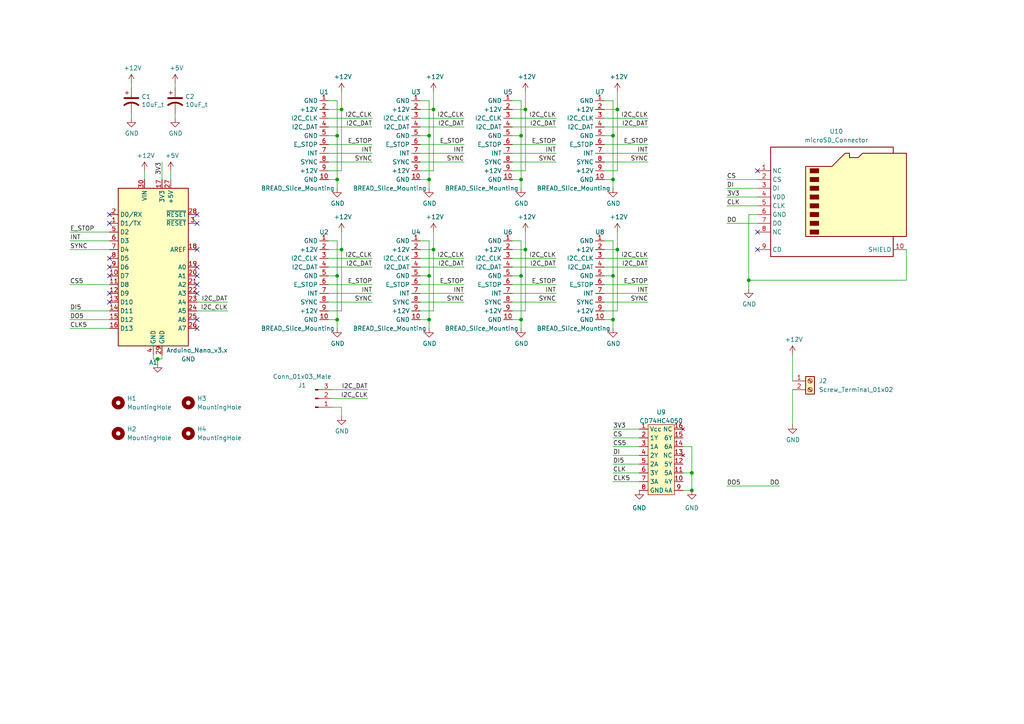
<source format=kicad_sch>
(kicad_sch (version 20211123) (generator eeschema)

  (uuid e63e39d7-6ac0-4ffd-8aa3-1841a4541b55)

  (paper "A4")

  (lib_symbols
    (symbol "BREAD_LOAF:microSD_Connector" (in_bom yes) (on_board yes)
      (property "Reference" "U?" (id 0) (at 22.86 19.05 0)
        (effects (font (size 1.27 1.27)))
      )
      (property "Value" "microSD_Connector" (id 1) (at 22.86 16.51 0)
        (effects (font (size 1.27 1.27)))
      )
      (property "Footprint" "" (id 2) (at 0 -10.16 0)
        (effects (font (size 1.27 1.27)) hide)
      )
      (property "Datasheet" "" (id 3) (at 0 -10.16 0)
        (effects (font (size 1.27 1.27)) hide)
      )
      (symbol "microSD_Connector_0_1"
        (polyline
          (pts
            (xy 39.37 12.7)
            (xy 39.37 14.478)
            (xy 3.81 14.478)
            (xy 3.81 -17.272)
            (xy 39.37 -17.272)
            (xy 39.37 -11.43)
          )
          (stroke (width 0.254) (type default) (color 0 0 0 0))
          (fill (type none))
        )
        (polyline
          (pts
            (xy 13.97 -11.43)
            (xy 13.97 8.89)
            (xy 21.59 8.89)
            (xy 25.4 12.7)
            (xy 26.67 12.7)
            (xy 26.67 11.43)
            (xy 29.21 11.43)
            (xy 30.48 12.7)
            (xy 43.18 12.7)
            (xy 43.18 -11.43)
            (xy 13.97 -11.43)
          )
          (stroke (width 0.254) (type default) (color 0 0 0 0))
          (fill (type background))
        )
        (rectangle (start 15.24 -9.525) (end 17.78 -10.795)
          (stroke (width 0) (type default) (color 0 0 0 0))
          (fill (type outline))
        )
        (rectangle (start 15.24 -6.985) (end 17.78 -8.255)
          (stroke (width 0) (type default) (color 0 0 0 0))
          (fill (type outline))
        )
        (rectangle (start 15.24 -4.445) (end 17.78 -5.715)
          (stroke (width 0) (type default) (color 0 0 0 0))
          (fill (type outline))
        )
        (rectangle (start 15.24 -1.905) (end 17.78 -3.175)
          (stroke (width 0) (type default) (color 0 0 0 0))
          (fill (type outline))
        )
        (rectangle (start 15.24 0.635) (end 17.78 -0.635)
          (stroke (width 0) (type default) (color 0 0 0 0))
          (fill (type outline))
        )
        (rectangle (start 15.24 3.175) (end 17.78 1.905)
          (stroke (width 0) (type default) (color 0 0 0 0))
          (fill (type outline))
        )
        (rectangle (start 15.24 5.715) (end 17.78 4.445)
          (stroke (width 0) (type default) (color 0 0 0 0))
          (fill (type outline))
        )
        (rectangle (start 15.24 8.255) (end 17.78 6.985)
          (stroke (width 0) (type default) (color 0 0 0 0))
          (fill (type outline))
        )
      )
      (symbol "microSD_Connector_1_1"
        (pin bidirectional line (at 0 7.62 0) (length 3.81)
          (name "NC" (effects (font (size 1.27 1.27))))
          (number "1" (effects (font (size 1.27 1.27))))
        )
        (pin passive line (at 43.18 -15.24 180) (length 3.81)
          (name "SHIELD" (effects (font (size 1.27 1.27))))
          (number "10" (effects (font (size 1.27 1.27))))
        )
        (pin bidirectional line (at 0 5.08 0) (length 3.81)
          (name "CS" (effects (font (size 1.27 1.27))))
          (number "2" (effects (font (size 1.27 1.27))))
        )
        (pin input line (at 0 2.54 0) (length 3.81)
          (name "DI" (effects (font (size 1.27 1.27))))
          (number "3" (effects (font (size 1.27 1.27))))
        )
        (pin power_in line (at 0 0 0) (length 3.81)
          (name "VDD" (effects (font (size 1.27 1.27))))
          (number "4" (effects (font (size 1.27 1.27))))
        )
        (pin input line (at 0 -2.54 0) (length 3.81)
          (name "CLK" (effects (font (size 1.27 1.27))))
          (number "5" (effects (font (size 1.27 1.27))))
        )
        (pin power_in line (at 0 -5.08 0) (length 3.81)
          (name "GND" (effects (font (size 1.27 1.27))))
          (number "6" (effects (font (size 1.27 1.27))))
        )
        (pin bidirectional line (at 0 -7.62 0) (length 3.81)
          (name "DO" (effects (font (size 1.27 1.27))))
          (number "7" (effects (font (size 1.27 1.27))))
        )
        (pin bidirectional line (at 0 -10.16 0) (length 3.81)
          (name "NC" (effects (font (size 1.27 1.27))))
          (number "8" (effects (font (size 1.27 1.27))))
        )
        (pin bidirectional line (at 0 -15.24 0) (length 3.81)
          (name "CD" (effects (font (size 1.27 1.27))))
          (number "9" (effects (font (size 1.27 1.27))))
        )
      )
    )
    (symbol "BREAD_Slice-rescue:10uF_t-OCI_UPL_2_Capacitors" (pin_numbers hide) (pin_names (offset 0.254) hide) (in_bom yes) (on_board yes)
      (property "Reference" "C" (id 0) (at 0.635 2.54 0)
        (effects (font (size 1.27 1.27)) (justify left))
      )
      (property "Value" "10uF_t-OCI_UPL_2_Capacitors" (id 1) (at 0.635 -2.54 0)
        (effects (font (size 1.27 1.27)) (justify left))
      )
      (property "Footprint" "OCI_UPL_FOOTPRINTS:C_2312" (id 2) (at 0 -6.35 0)
        (effects (font (size 0.762 0.762)) hide)
      )
      (property "Datasheet" "https://www.digikey.com/short/qcd8n7" (id 3) (at 0 5.08 0)
        (effects (font (size 0.762 0.762)) hide)
      )
      (property "Part #" "T491C106K025AT" (id 4) (at 0 6.35 0)
        (effects (font (size 0.762 0.762)) hide)
      )
      (property "UPL #" "2.021" (id 5) (at 0 -5.08 0)
        (effects (font (size 0.762 0.762)) hide)
      )
      (property "ki_fp_filters" "SMD*_Pol c_elec* C*elec TantalC* Elko* CP*" (id 6) (at 0 0 0)
        (effects (font (size 1.27 1.27)) hide)
      )
      (symbol "10uF_t-OCI_UPL_2_Capacitors_0_1"
        (polyline
          (pts
            (xy -2.032 0.762)
            (xy 2.032 0.762)
          )
          (stroke (width 0.508) (type default) (color 0 0 0 0))
          (fill (type none))
        )
        (polyline
          (pts
            (xy -1.778 2.286)
            (xy -0.762 2.286)
          )
          (stroke (width 0) (type default) (color 0 0 0 0))
          (fill (type none))
        )
        (polyline
          (pts
            (xy -1.27 1.778)
            (xy -1.27 2.794)
          )
          (stroke (width 0) (type default) (color 0 0 0 0))
          (fill (type none))
        )
        (arc (start 2.032 -1.27) (mid 0 -0.5572) (end -2.032 -1.27)
          (stroke (width 0.508) (type default) (color 0 0 0 0))
          (fill (type none))
        )
      )
      (symbol "10uF_t-OCI_UPL_2_Capacitors_1_1"
        (pin passive line (at 0 3.81 270) (length 2.794)
          (name "~" (effects (font (size 1.016 1.016))))
          (number "1" (effects (font (size 1.016 1.016))))
        )
        (pin passive line (at 0 -3.81 90) (length 3.302)
          (name "~" (effects (font (size 1.016 1.016))))
          (number "2" (effects (font (size 1.016 1.016))))
        )
      )
    )
    (symbol "Connector:Conn_01x03_Male" (pin_names (offset 1.016) hide) (in_bom yes) (on_board yes)
      (property "Reference" "J" (id 0) (at 0 5.08 0)
        (effects (font (size 1.27 1.27)))
      )
      (property "Value" "Conn_01x03_Male" (id 1) (at 0 -5.08 0)
        (effects (font (size 1.27 1.27)))
      )
      (property "Footprint" "" (id 2) (at 0 0 0)
        (effects (font (size 1.27 1.27)) hide)
      )
      (property "Datasheet" "~" (id 3) (at 0 0 0)
        (effects (font (size 1.27 1.27)) hide)
      )
      (property "ki_keywords" "connector" (id 4) (at 0 0 0)
        (effects (font (size 1.27 1.27)) hide)
      )
      (property "ki_description" "Generic connector, single row, 01x03, script generated (kicad-library-utils/schlib/autogen/connector/)" (id 5) (at 0 0 0)
        (effects (font (size 1.27 1.27)) hide)
      )
      (property "ki_fp_filters" "Connector*:*_1x??_*" (id 6) (at 0 0 0)
        (effects (font (size 1.27 1.27)) hide)
      )
      (symbol "Conn_01x03_Male_1_1"
        (polyline
          (pts
            (xy 1.27 -2.54)
            (xy 0.8636 -2.54)
          )
          (stroke (width 0.1524) (type default) (color 0 0 0 0))
          (fill (type none))
        )
        (polyline
          (pts
            (xy 1.27 0)
            (xy 0.8636 0)
          )
          (stroke (width 0.1524) (type default) (color 0 0 0 0))
          (fill (type none))
        )
        (polyline
          (pts
            (xy 1.27 2.54)
            (xy 0.8636 2.54)
          )
          (stroke (width 0.1524) (type default) (color 0 0 0 0))
          (fill (type none))
        )
        (rectangle (start 0.8636 -2.413) (end 0 -2.667)
          (stroke (width 0.1524) (type default) (color 0 0 0 0))
          (fill (type outline))
        )
        (rectangle (start 0.8636 0.127) (end 0 -0.127)
          (stroke (width 0.1524) (type default) (color 0 0 0 0))
          (fill (type outline))
        )
        (rectangle (start 0.8636 2.667) (end 0 2.413)
          (stroke (width 0.1524) (type default) (color 0 0 0 0))
          (fill (type outline))
        )
        (pin passive line (at 5.08 2.54 180) (length 3.81)
          (name "Pin_1" (effects (font (size 1.27 1.27))))
          (number "1" (effects (font (size 1.27 1.27))))
        )
        (pin passive line (at 5.08 0 180) (length 3.81)
          (name "Pin_2" (effects (font (size 1.27 1.27))))
          (number "2" (effects (font (size 1.27 1.27))))
        )
        (pin passive line (at 5.08 -2.54 180) (length 3.81)
          (name "Pin_3" (effects (font (size 1.27 1.27))))
          (number "3" (effects (font (size 1.27 1.27))))
        )
      )
    )
    (symbol "Connector:Screw_Terminal_01x02" (pin_names (offset 1.016) hide) (in_bom yes) (on_board yes)
      (property "Reference" "J" (id 0) (at 0 2.54 0)
        (effects (font (size 1.27 1.27)))
      )
      (property "Value" "Screw_Terminal_01x02" (id 1) (at 0 -5.08 0)
        (effects (font (size 1.27 1.27)))
      )
      (property "Footprint" "" (id 2) (at 0 0 0)
        (effects (font (size 1.27 1.27)) hide)
      )
      (property "Datasheet" "~" (id 3) (at 0 0 0)
        (effects (font (size 1.27 1.27)) hide)
      )
      (property "ki_keywords" "screw terminal" (id 4) (at 0 0 0)
        (effects (font (size 1.27 1.27)) hide)
      )
      (property "ki_description" "Generic screw terminal, single row, 01x02, script generated (kicad-library-utils/schlib/autogen/connector/)" (id 5) (at 0 0 0)
        (effects (font (size 1.27 1.27)) hide)
      )
      (property "ki_fp_filters" "TerminalBlock*:*" (id 6) (at 0 0 0)
        (effects (font (size 1.27 1.27)) hide)
      )
      (symbol "Screw_Terminal_01x02_1_1"
        (rectangle (start -1.27 1.27) (end 1.27 -3.81)
          (stroke (width 0.254) (type default) (color 0 0 0 0))
          (fill (type background))
        )
        (circle (center 0 -2.54) (radius 0.635)
          (stroke (width 0.1524) (type default) (color 0 0 0 0))
          (fill (type none))
        )
        (polyline
          (pts
            (xy -0.5334 -2.2098)
            (xy 0.3302 -3.048)
          )
          (stroke (width 0.1524) (type default) (color 0 0 0 0))
          (fill (type none))
        )
        (polyline
          (pts
            (xy -0.5334 0.3302)
            (xy 0.3302 -0.508)
          )
          (stroke (width 0.1524) (type default) (color 0 0 0 0))
          (fill (type none))
        )
        (polyline
          (pts
            (xy -0.3556 -2.032)
            (xy 0.508 -2.8702)
          )
          (stroke (width 0.1524) (type default) (color 0 0 0 0))
          (fill (type none))
        )
        (polyline
          (pts
            (xy -0.3556 0.508)
            (xy 0.508 -0.3302)
          )
          (stroke (width 0.1524) (type default) (color 0 0 0 0))
          (fill (type none))
        )
        (circle (center 0 0) (radius 0.635)
          (stroke (width 0.1524) (type default) (color 0 0 0 0))
          (fill (type none))
        )
        (pin passive line (at -5.08 0 0) (length 3.81)
          (name "Pin_1" (effects (font (size 1.27 1.27))))
          (number "1" (effects (font (size 1.27 1.27))))
        )
        (pin passive line (at -5.08 -2.54 0) (length 3.81)
          (name "Pin_2" (effects (font (size 1.27 1.27))))
          (number "2" (effects (font (size 1.27 1.27))))
        )
      )
    )
    (symbol "Custom_Components:BREAD_Slice_Mounting" (in_bom yes) (on_board yes)
      (property "Reference" "U" (id 0) (at 0 0 0)
        (effects (font (size 1.27 1.27)))
      )
      (property "Value" "BREAD_Slice_Mounting" (id 1) (at 0 -1.27 0)
        (effects (font (size 1.27 1.27)))
      )
      (property "Footprint" "Custom_Components:BREAD_Slice_Mounting" (id 2) (at 0 -3.81 0)
        (effects (font (size 1.27 1.27)) hide)
      )
      (property "Datasheet" "" (id 3) (at 0 0 0)
        (effects (font (size 1.27 1.27)) hide)
      )
      (symbol "BREAD_Slice_Mounting_1_1"
        (pin input line (at 2.54 25.4 180) (length 2.54)
          (name "GND" (effects (font (size 1.27 1.27))))
          (number "1" (effects (font (size 1.27 1.27))))
        )
        (pin input line (at 2.54 2.54 180) (length 2.54)
          (name "GND" (effects (font (size 1.27 1.27))))
          (number "10" (effects (font (size 1.27 1.27))))
        )
        (pin input line (at 2.54 22.86 180) (length 2.54)
          (name "+12V" (effects (font (size 1.27 1.27))))
          (number "2" (effects (font (size 1.27 1.27))))
        )
        (pin input line (at 2.54 20.32 180) (length 2.54)
          (name "I2C_CLK" (effects (font (size 1.27 1.27))))
          (number "3" (effects (font (size 1.27 1.27))))
        )
        (pin input line (at 2.54 17.78 180) (length 2.54)
          (name "I2C_DAT" (effects (font (size 1.27 1.27))))
          (number "4" (effects (font (size 1.27 1.27))))
        )
        (pin input line (at 2.54 15.24 180) (length 2.54)
          (name "GND" (effects (font (size 1.27 1.27))))
          (number "5" (effects (font (size 1.27 1.27))))
        )
        (pin input line (at 2.54 12.7 180) (length 2.54)
          (name "E_STOP" (effects (font (size 1.27 1.27))))
          (number "6" (effects (font (size 1.27 1.27))))
        )
        (pin input line (at 2.54 10.16 180) (length 2.54)
          (name "INT" (effects (font (size 1.27 1.27))))
          (number "7" (effects (font (size 1.27 1.27))))
        )
        (pin input line (at 2.54 7.62 180) (length 2.54)
          (name "SYNC" (effects (font (size 1.27 1.27))))
          (number "8" (effects (font (size 1.27 1.27))))
        )
        (pin input line (at 2.54 5.08 180) (length 2.54)
          (name "+12V" (effects (font (size 1.27 1.27))))
          (number "9" (effects (font (size 1.27 1.27))))
        )
      )
    )
    (symbol "Custom_Components:CD74HC4050" (in_bom yes) (on_board yes)
      (property "Reference" "U" (id 0) (at 0 0 0)
        (effects (font (size 1.27 1.27)))
      )
      (property "Value" "CD74HC4050" (id 1) (at 0 -2.54 0)
        (effects (font (size 1.27 1.27)))
      )
      (property "Footprint" "Package_DIP:DIP-16_W7.62mm_Socket_LongPads" (id 2) (at 0 0 0)
        (effects (font (size 1.27 1.27)) hide)
      )
      (property "Datasheet" "" (id 3) (at 0 0 0)
        (effects (font (size 1.27 1.27)) hide)
      )
      (symbol "CD74HC4050_0_0"
        (pin power_in line (at -6.35 20.32 0) (length 2.54)
          (name "Vcc" (effects (font (size 1.27 1.27))))
          (number "1" (effects (font (size 1.27 1.27))))
        )
        (pin input line (at 6.35 5.08 180) (length 2.54)
          (name "4Y" (effects (font (size 1.27 1.27))))
          (number "10" (effects (font (size 1.27 1.27))))
        )
        (pin output line (at 6.35 7.62 180) (length 2.54)
          (name "5A" (effects (font (size 1.27 1.27))))
          (number "11" (effects (font (size 1.27 1.27))))
        )
        (pin input line (at 6.35 10.16 180) (length 2.54)
          (name "5Y" (effects (font (size 1.27 1.27))))
          (number "12" (effects (font (size 1.27 1.27))))
        )
        (pin no_connect line (at 6.35 12.7 180) (length 2.54)
          (name "NC" (effects (font (size 1.27 1.27))))
          (number "13" (effects (font (size 1.27 1.27))))
        )
        (pin output line (at 6.35 15.24 180) (length 2.54)
          (name "6A" (effects (font (size 1.27 1.27))))
          (number "14" (effects (font (size 1.27 1.27))))
        )
        (pin input line (at 6.35 17.78 180) (length 2.54)
          (name "6Y" (effects (font (size 1.27 1.27))))
          (number "15" (effects (font (size 1.27 1.27))))
        )
        (pin no_connect line (at 6.35 20.32 180) (length 2.54)
          (name "NC" (effects (font (size 1.27 1.27))))
          (number "16" (effects (font (size 1.27 1.27))))
        )
        (pin output line (at -6.35 17.78 0) (length 2.54)
          (name "1Y" (effects (font (size 1.27 1.27))))
          (number "2" (effects (font (size 1.27 1.27))))
        )
        (pin input line (at -6.35 15.24 0) (length 2.54)
          (name "1A" (effects (font (size 1.27 1.27))))
          (number "3" (effects (font (size 1.27 1.27))))
        )
        (pin output line (at -6.35 12.7 0) (length 2.54)
          (name "2Y" (effects (font (size 1.27 1.27))))
          (number "4" (effects (font (size 1.27 1.27))))
        )
        (pin input line (at -6.35 10.16 0) (length 2.54)
          (name "2A" (effects (font (size 1.27 1.27))))
          (number "5" (effects (font (size 1.27 1.27))))
        )
        (pin output line (at -6.35 7.62 0) (length 2.54)
          (name "3Y" (effects (font (size 1.27 1.27))))
          (number "6" (effects (font (size 1.27 1.27))))
        )
        (pin input line (at -6.35 5.08 0) (length 2.54)
          (name "3A" (effects (font (size 1.27 1.27))))
          (number "7" (effects (font (size 1.27 1.27))))
        )
        (pin power_in line (at -6.35 2.54 0) (length 2.54)
          (name "GND" (effects (font (size 1.27 1.27))))
          (number "8" (effects (font (size 1.27 1.27))))
        )
        (pin output line (at 6.35 2.54 180) (length 2.54)
          (name "4A" (effects (font (size 1.27 1.27))))
          (number "9" (effects (font (size 1.27 1.27))))
        )
      )
      (symbol "CD74HC4050_0_1"
        (rectangle (start -3.81 21.59) (end 3.81 1.27)
          (stroke (width 0.1524) (type default) (color 0 0 0 0))
          (fill (type background))
        )
      )
    )
    (symbol "MCU_Module:Arduino_Nano_v3.x" (in_bom yes) (on_board yes)
      (property "Reference" "A" (id 0) (at -10.16 23.495 0)
        (effects (font (size 1.27 1.27)) (justify left bottom))
      )
      (property "Value" "Arduino_Nano_v3.x" (id 1) (at 5.08 -24.13 0)
        (effects (font (size 1.27 1.27)) (justify left top))
      )
      (property "Footprint" "Module:Arduino_Nano" (id 2) (at 0 0 0)
        (effects (font (size 1.27 1.27) italic) hide)
      )
      (property "Datasheet" "http://www.mouser.com/pdfdocs/Gravitech_Arduino_Nano3_0.pdf" (id 3) (at 0 0 0)
        (effects (font (size 1.27 1.27)) hide)
      )
      (property "ki_keywords" "Arduino nano microcontroller module USB" (id 4) (at 0 0 0)
        (effects (font (size 1.27 1.27)) hide)
      )
      (property "ki_description" "Arduino Nano v3.x" (id 5) (at 0 0 0)
        (effects (font (size 1.27 1.27)) hide)
      )
      (property "ki_fp_filters" "Arduino*Nano*" (id 6) (at 0 0 0)
        (effects (font (size 1.27 1.27)) hide)
      )
      (symbol "Arduino_Nano_v3.x_0_1"
        (rectangle (start -10.16 22.86) (end 10.16 -22.86)
          (stroke (width 0.254) (type default) (color 0 0 0 0))
          (fill (type background))
        )
      )
      (symbol "Arduino_Nano_v3.x_1_1"
        (pin bidirectional line (at -12.7 12.7 0) (length 2.54)
          (name "D1/TX" (effects (font (size 1.27 1.27))))
          (number "1" (effects (font (size 1.27 1.27))))
        )
        (pin bidirectional line (at -12.7 -2.54 0) (length 2.54)
          (name "D7" (effects (font (size 1.27 1.27))))
          (number "10" (effects (font (size 1.27 1.27))))
        )
        (pin bidirectional line (at -12.7 -5.08 0) (length 2.54)
          (name "D8" (effects (font (size 1.27 1.27))))
          (number "11" (effects (font (size 1.27 1.27))))
        )
        (pin bidirectional line (at -12.7 -7.62 0) (length 2.54)
          (name "D9" (effects (font (size 1.27 1.27))))
          (number "12" (effects (font (size 1.27 1.27))))
        )
        (pin bidirectional line (at -12.7 -10.16 0) (length 2.54)
          (name "D10" (effects (font (size 1.27 1.27))))
          (number "13" (effects (font (size 1.27 1.27))))
        )
        (pin bidirectional line (at -12.7 -12.7 0) (length 2.54)
          (name "D11" (effects (font (size 1.27 1.27))))
          (number "14" (effects (font (size 1.27 1.27))))
        )
        (pin bidirectional line (at -12.7 -15.24 0) (length 2.54)
          (name "D12" (effects (font (size 1.27 1.27))))
          (number "15" (effects (font (size 1.27 1.27))))
        )
        (pin bidirectional line (at -12.7 -17.78 0) (length 2.54)
          (name "D13" (effects (font (size 1.27 1.27))))
          (number "16" (effects (font (size 1.27 1.27))))
        )
        (pin power_out line (at 2.54 25.4 270) (length 2.54)
          (name "3V3" (effects (font (size 1.27 1.27))))
          (number "17" (effects (font (size 1.27 1.27))))
        )
        (pin input line (at 12.7 5.08 180) (length 2.54)
          (name "AREF" (effects (font (size 1.27 1.27))))
          (number "18" (effects (font (size 1.27 1.27))))
        )
        (pin bidirectional line (at 12.7 0 180) (length 2.54)
          (name "A0" (effects (font (size 1.27 1.27))))
          (number "19" (effects (font (size 1.27 1.27))))
        )
        (pin bidirectional line (at -12.7 15.24 0) (length 2.54)
          (name "D0/RX" (effects (font (size 1.27 1.27))))
          (number "2" (effects (font (size 1.27 1.27))))
        )
        (pin bidirectional line (at 12.7 -2.54 180) (length 2.54)
          (name "A1" (effects (font (size 1.27 1.27))))
          (number "20" (effects (font (size 1.27 1.27))))
        )
        (pin bidirectional line (at 12.7 -5.08 180) (length 2.54)
          (name "A2" (effects (font (size 1.27 1.27))))
          (number "21" (effects (font (size 1.27 1.27))))
        )
        (pin bidirectional line (at 12.7 -7.62 180) (length 2.54)
          (name "A3" (effects (font (size 1.27 1.27))))
          (number "22" (effects (font (size 1.27 1.27))))
        )
        (pin bidirectional line (at 12.7 -10.16 180) (length 2.54)
          (name "A4" (effects (font (size 1.27 1.27))))
          (number "23" (effects (font (size 1.27 1.27))))
        )
        (pin bidirectional line (at 12.7 -12.7 180) (length 2.54)
          (name "A5" (effects (font (size 1.27 1.27))))
          (number "24" (effects (font (size 1.27 1.27))))
        )
        (pin bidirectional line (at 12.7 -15.24 180) (length 2.54)
          (name "A6" (effects (font (size 1.27 1.27))))
          (number "25" (effects (font (size 1.27 1.27))))
        )
        (pin bidirectional line (at 12.7 -17.78 180) (length 2.54)
          (name "A7" (effects (font (size 1.27 1.27))))
          (number "26" (effects (font (size 1.27 1.27))))
        )
        (pin power_out line (at 5.08 25.4 270) (length 2.54)
          (name "+5V" (effects (font (size 1.27 1.27))))
          (number "27" (effects (font (size 1.27 1.27))))
        )
        (pin input line (at 12.7 15.24 180) (length 2.54)
          (name "~{RESET}" (effects (font (size 1.27 1.27))))
          (number "28" (effects (font (size 1.27 1.27))))
        )
        (pin power_in line (at 2.54 -25.4 90) (length 2.54)
          (name "GND" (effects (font (size 1.27 1.27))))
          (number "29" (effects (font (size 1.27 1.27))))
        )
        (pin input line (at 12.7 12.7 180) (length 2.54)
          (name "~{RESET}" (effects (font (size 1.27 1.27))))
          (number "3" (effects (font (size 1.27 1.27))))
        )
        (pin power_in line (at -2.54 25.4 270) (length 2.54)
          (name "VIN" (effects (font (size 1.27 1.27))))
          (number "30" (effects (font (size 1.27 1.27))))
        )
        (pin power_in line (at 0 -25.4 90) (length 2.54)
          (name "GND" (effects (font (size 1.27 1.27))))
          (number "4" (effects (font (size 1.27 1.27))))
        )
        (pin bidirectional line (at -12.7 10.16 0) (length 2.54)
          (name "D2" (effects (font (size 1.27 1.27))))
          (number "5" (effects (font (size 1.27 1.27))))
        )
        (pin bidirectional line (at -12.7 7.62 0) (length 2.54)
          (name "D3" (effects (font (size 1.27 1.27))))
          (number "6" (effects (font (size 1.27 1.27))))
        )
        (pin bidirectional line (at -12.7 5.08 0) (length 2.54)
          (name "D4" (effects (font (size 1.27 1.27))))
          (number "7" (effects (font (size 1.27 1.27))))
        )
        (pin bidirectional line (at -12.7 2.54 0) (length 2.54)
          (name "D5" (effects (font (size 1.27 1.27))))
          (number "8" (effects (font (size 1.27 1.27))))
        )
        (pin bidirectional line (at -12.7 0 0) (length 2.54)
          (name "D6" (effects (font (size 1.27 1.27))))
          (number "9" (effects (font (size 1.27 1.27))))
        )
      )
    )
    (symbol "Mechanical:MountingHole" (pin_names (offset 1.016)) (in_bom yes) (on_board yes)
      (property "Reference" "H" (id 0) (at 0 5.08 0)
        (effects (font (size 1.27 1.27)))
      )
      (property "Value" "MountingHole" (id 1) (at 0 3.175 0)
        (effects (font (size 1.27 1.27)))
      )
      (property "Footprint" "" (id 2) (at 0 0 0)
        (effects (font (size 1.27 1.27)) hide)
      )
      (property "Datasheet" "~" (id 3) (at 0 0 0)
        (effects (font (size 1.27 1.27)) hide)
      )
      (property "ki_keywords" "mounting hole" (id 4) (at 0 0 0)
        (effects (font (size 1.27 1.27)) hide)
      )
      (property "ki_description" "Mounting Hole without connection" (id 5) (at 0 0 0)
        (effects (font (size 1.27 1.27)) hide)
      )
      (property "ki_fp_filters" "MountingHole*" (id 6) (at 0 0 0)
        (effects (font (size 1.27 1.27)) hide)
      )
      (symbol "MountingHole_0_1"
        (circle (center 0 0) (radius 1.27)
          (stroke (width 1.27) (type default) (color 0 0 0 0))
          (fill (type none))
        )
      )
    )
    (symbol "power:+12V" (power) (pin_names (offset 0)) (in_bom yes) (on_board yes)
      (property "Reference" "#PWR" (id 0) (at 0 -3.81 0)
        (effects (font (size 1.27 1.27)) hide)
      )
      (property "Value" "+12V" (id 1) (at 0 3.556 0)
        (effects (font (size 1.27 1.27)))
      )
      (property "Footprint" "" (id 2) (at 0 0 0)
        (effects (font (size 1.27 1.27)) hide)
      )
      (property "Datasheet" "" (id 3) (at 0 0 0)
        (effects (font (size 1.27 1.27)) hide)
      )
      (property "ki_keywords" "power-flag" (id 4) (at 0 0 0)
        (effects (font (size 1.27 1.27)) hide)
      )
      (property "ki_description" "Power symbol creates a global label with name \"+12V\"" (id 5) (at 0 0 0)
        (effects (font (size 1.27 1.27)) hide)
      )
      (symbol "+12V_0_1"
        (polyline
          (pts
            (xy -0.762 1.27)
            (xy 0 2.54)
          )
          (stroke (width 0) (type default) (color 0 0 0 0))
          (fill (type none))
        )
        (polyline
          (pts
            (xy 0 0)
            (xy 0 2.54)
          )
          (stroke (width 0) (type default) (color 0 0 0 0))
          (fill (type none))
        )
        (polyline
          (pts
            (xy 0 2.54)
            (xy 0.762 1.27)
          )
          (stroke (width 0) (type default) (color 0 0 0 0))
          (fill (type none))
        )
      )
      (symbol "+12V_1_1"
        (pin power_in line (at 0 0 90) (length 0) hide
          (name "+12V" (effects (font (size 1.27 1.27))))
          (number "1" (effects (font (size 1.27 1.27))))
        )
      )
    )
    (symbol "power:+5V" (power) (pin_names (offset 0)) (in_bom yes) (on_board yes)
      (property "Reference" "#PWR" (id 0) (at 0 -3.81 0)
        (effects (font (size 1.27 1.27)) hide)
      )
      (property "Value" "+5V" (id 1) (at 0 3.556 0)
        (effects (font (size 1.27 1.27)))
      )
      (property "Footprint" "" (id 2) (at 0 0 0)
        (effects (font (size 1.27 1.27)) hide)
      )
      (property "Datasheet" "" (id 3) (at 0 0 0)
        (effects (font (size 1.27 1.27)) hide)
      )
      (property "ki_keywords" "power-flag" (id 4) (at 0 0 0)
        (effects (font (size 1.27 1.27)) hide)
      )
      (property "ki_description" "Power symbol creates a global label with name \"+5V\"" (id 5) (at 0 0 0)
        (effects (font (size 1.27 1.27)) hide)
      )
      (symbol "+5V_0_1"
        (polyline
          (pts
            (xy -0.762 1.27)
            (xy 0 2.54)
          )
          (stroke (width 0) (type default) (color 0 0 0 0))
          (fill (type none))
        )
        (polyline
          (pts
            (xy 0 0)
            (xy 0 2.54)
          )
          (stroke (width 0) (type default) (color 0 0 0 0))
          (fill (type none))
        )
        (polyline
          (pts
            (xy 0 2.54)
            (xy 0.762 1.27)
          )
          (stroke (width 0) (type default) (color 0 0 0 0))
          (fill (type none))
        )
      )
      (symbol "+5V_1_1"
        (pin power_in line (at 0 0 90) (length 0) hide
          (name "+5V" (effects (font (size 1.27 1.27))))
          (number "1" (effects (font (size 1.27 1.27))))
        )
      )
    )
    (symbol "power:GND" (power) (pin_names (offset 0)) (in_bom yes) (on_board yes)
      (property "Reference" "#PWR" (id 0) (at 0 -6.35 0)
        (effects (font (size 1.27 1.27)) hide)
      )
      (property "Value" "GND" (id 1) (at 0 -3.81 0)
        (effects (font (size 1.27 1.27)))
      )
      (property "Footprint" "" (id 2) (at 0 0 0)
        (effects (font (size 1.27 1.27)) hide)
      )
      (property "Datasheet" "" (id 3) (at 0 0 0)
        (effects (font (size 1.27 1.27)) hide)
      )
      (property "ki_keywords" "power-flag" (id 4) (at 0 0 0)
        (effects (font (size 1.27 1.27)) hide)
      )
      (property "ki_description" "Power symbol creates a global label with name \"GND\" , ground" (id 5) (at 0 0 0)
        (effects (font (size 1.27 1.27)) hide)
      )
      (symbol "GND_0_1"
        (polyline
          (pts
            (xy 0 0)
            (xy 0 -1.27)
            (xy 1.27 -1.27)
            (xy 0 -2.54)
            (xy -1.27 -1.27)
            (xy 0 -1.27)
          )
          (stroke (width 0) (type default) (color 0 0 0 0))
          (fill (type none))
        )
      )
      (symbol "GND_1_1"
        (pin power_in line (at 0 0 270) (length 0) hide
          (name "GND" (effects (font (size 1.27 1.27))))
          (number "1" (effects (font (size 1.27 1.27))))
        )
      )
    )
  )

  (junction (at 125.73 72.39) (diameter 0) (color 0 0 0 0)
    (uuid 26ac697d-b366-4707-b6a2-025df374518e)
  )
  (junction (at 152.4 72.39) (diameter 0) (color 0 0 0 0)
    (uuid 2c686fcb-3ff4-4cb3-bfbb-52376360c173)
  )
  (junction (at 97.79 39.37) (diameter 0) (color 0 0 0 0)
    (uuid 368b5878-b1a0-439b-9581-320c86d698c2)
  )
  (junction (at 151.13 52.07) (diameter 0) (color 0 0 0 0)
    (uuid 3b47d1fb-8ece-4926-af09-8fdcddfa3a36)
  )
  (junction (at 200.66 137.16) (diameter 0) (color 0 0 0 0)
    (uuid 43797be8-9d42-485f-bc6b-0544d45927b2)
  )
  (junction (at 151.13 39.37) (diameter 0) (color 0 0 0 0)
    (uuid 47f692dd-db9e-4a73-b7e6-7078aad70631)
  )
  (junction (at 124.46 52.07) (diameter 0) (color 0 0 0 0)
    (uuid 4e7e4abf-37d8-4062-be95-87ac6fad91ae)
  )
  (junction (at 177.8 39.37) (diameter 0) (color 0 0 0 0)
    (uuid 51e422c5-342e-48fb-a8a3-6a1c5f037b1e)
  )
  (junction (at 152.4 31.75) (diameter 0) (color 0 0 0 0)
    (uuid 52e8af42-b207-4a20-bcaa-720a04feb53c)
  )
  (junction (at 45.72 104.14) (diameter 0) (color 0 0 0 0)
    (uuid 5683492a-389e-4ac4-9c32-25f197b682fd)
  )
  (junction (at 99.06 72.39) (diameter 0) (color 0 0 0 0)
    (uuid 6af5bd13-ac55-4164-a0b4-1e5011eca014)
  )
  (junction (at 151.13 92.71) (diameter 0) (color 0 0 0 0)
    (uuid 6b0dec78-5c28-4c83-9f96-37658230318f)
  )
  (junction (at 151.13 80.01) (diameter 0) (color 0 0 0 0)
    (uuid 70522765-fa41-4bc4-a86d-84194f00f454)
  )
  (junction (at 97.79 52.07) (diameter 0) (color 0 0 0 0)
    (uuid 74c335aa-b72b-4eb2-9d19-a4f6cc605120)
  )
  (junction (at 125.73 31.75) (diameter 0) (color 0 0 0 0)
    (uuid 82ac8cc0-0b10-48b7-a358-ca7d04a2b724)
  )
  (junction (at 177.8 92.71) (diameter 0) (color 0 0 0 0)
    (uuid 9716d21e-4301-4190-8173-0031c5c6db13)
  )
  (junction (at 179.07 72.39) (diameter 0) (color 0 0 0 0)
    (uuid 9e628d2d-a800-48a8-8e34-0476c9f0107f)
  )
  (junction (at 177.8 80.01) (diameter 0) (color 0 0 0 0)
    (uuid ab45a232-2a55-4226-b08e-210637fc5c4a)
  )
  (junction (at 97.79 92.71) (diameter 0) (color 0 0 0 0)
    (uuid ae586eb0-bc77-437a-9600-af3e635dd869)
  )
  (junction (at 124.46 39.37) (diameter 0) (color 0 0 0 0)
    (uuid b4ba9dfd-f6a3-45b5-bd0b-25c83fcd3d99)
  )
  (junction (at 124.46 92.71) (diameter 0) (color 0 0 0 0)
    (uuid c70e62da-ce44-443c-aec0-00faf47a0224)
  )
  (junction (at 179.07 31.75) (diameter 0) (color 0 0 0 0)
    (uuid c93290f4-e6b3-4729-aaac-1fe501cd22c3)
  )
  (junction (at 177.8 52.07) (diameter 0) (color 0 0 0 0)
    (uuid cc1d141e-0839-4a87-928a-594ff040c13a)
  )
  (junction (at 217.17 81.28) (diameter 0) (color 0 0 0 0)
    (uuid d5122849-3f34-4f54-b46f-c0e43d919b9e)
  )
  (junction (at 99.06 31.75) (diameter 0) (color 0 0 0 0)
    (uuid d6ddd741-ceda-41ea-b19a-17e6cb0bbf0d)
  )
  (junction (at 97.79 80.01) (diameter 0) (color 0 0 0 0)
    (uuid e3159fc2-e077-40b4-a7d7-38b7559f3c41)
  )
  (junction (at 124.46 80.01) (diameter 0) (color 0 0 0 0)
    (uuid f839b187-c673-49e4-bbc4-78d387046f7d)
  )
  (junction (at 200.66 142.24) (diameter 0) (color 0 0 0 0)
    (uuid ff2bdbb5-a12d-435c-b35b-55ddaa72a977)
  )

  (no_connect (at 57.15 80.01) (uuid 022a97fa-643b-4302-b44c-26a956146db7))
  (no_connect (at 31.75 74.93) (uuid 0530af74-8d1f-4140-b5a9-fbe4d930f2d6))
  (no_connect (at 219.71 72.39) (uuid 1b53e14b-e9c6-4f44-9fb0-d614e68927ca))
  (no_connect (at 57.15 82.55) (uuid 1d27c77d-c33f-442a-bd7b-7b44d10eb43c))
  (no_connect (at 57.15 62.23) (uuid 33529587-bbb4-4ca0-bcdf-15fd64295461))
  (no_connect (at 57.15 72.39) (uuid 4227d0f4-4162-4ece-9ec9-195feb76c6dd))
  (no_connect (at 31.75 80.01) (uuid 516c1522-ced6-4dae-8272-163c4e0afed5))
  (no_connect (at 31.75 77.47) (uuid 516c1522-ced6-4dae-8272-163c4e0afed6))
  (no_connect (at 31.75 85.09) (uuid 7134724f-277a-4c58-bbec-7ceaf30b9ed0))
  (no_connect (at 31.75 62.23) (uuid 74af2b77-c1c9-4eae-bff8-96bc046b8c06))
  (no_connect (at 219.71 67.31) (uuid 78d4b92d-4110-4ef4-800c-c492d20e2c75))
  (no_connect (at 219.71 49.53) (uuid 78d4b92d-4110-4ef4-800c-c492d20e2c76))
  (no_connect (at 57.15 77.47) (uuid 8a51259a-0b00-485b-ae12-40bbbcbb1fbf))
  (no_connect (at 31.75 64.77) (uuid 8e63c288-73a9-425f-b92a-2acba82b2a8c))
  (no_connect (at 57.15 85.09) (uuid a61b8793-ec96-4e3b-97b0-2185f1c8bd47))
  (no_connect (at 57.15 92.71) (uuid a756a3d8-e7f6-433b-b40a-4f16e0acf771))
  (no_connect (at 57.15 64.77) (uuid af344df5-f8f1-4300-8c40-51d1681a9cb2))
  (no_connect (at 31.75 87.63) (uuid d239e1a3-08c8-45e2-9959-7e4e5303b2cf))
  (no_connect (at 57.15 95.25) (uuid e196416c-d4d1-42d4-979d-990a370627ba))

  (wire (pts (xy 177.8 129.54) (xy 185.42 129.54))
    (stroke (width 0) (type default) (color 0 0 0 0))
    (uuid 02d634e8-369d-4299-bfb8-84f5f5fe544f)
  )
  (wire (pts (xy 20.32 92.71) (xy 31.75 92.71))
    (stroke (width 0) (type default) (color 0 0 0 0))
    (uuid 02ff8df8-9893-474d-91e8-fea3270f7696)
  )
  (wire (pts (xy 99.06 90.17) (xy 95.25 90.17))
    (stroke (width 0) (type default) (color 0 0 0 0))
    (uuid 03ba434c-de34-44d9-b04b-0b6459ece4ae)
  )
  (wire (pts (xy 177.8 80.01) (xy 177.8 69.85))
    (stroke (width 0) (type default) (color 0 0 0 0))
    (uuid 041a4fb2-d055-4f81-97f8-1506911ece07)
  )
  (wire (pts (xy 95.25 39.37) (xy 97.79 39.37))
    (stroke (width 0) (type default) (color 0 0 0 0))
    (uuid 06552a9a-6350-41c0-9a41-30bab053930c)
  )
  (wire (pts (xy 175.26 39.37) (xy 177.8 39.37))
    (stroke (width 0) (type default) (color 0 0 0 0))
    (uuid 06815404-e035-4e17-89a5-da21e0052b82)
  )
  (wire (pts (xy 134.62 36.83) (xy 121.92 36.83))
    (stroke (width 0) (type default) (color 0 0 0 0))
    (uuid 07692acd-df22-42b6-99ae-05d5fbde496a)
  )
  (wire (pts (xy 177.8 69.85) (xy 175.26 69.85))
    (stroke (width 0) (type default) (color 0 0 0 0))
    (uuid 09c614c3-b711-4e17-9b9c-a6b11e8998be)
  )
  (wire (pts (xy 148.59 52.07) (xy 151.13 52.07))
    (stroke (width 0) (type default) (color 0 0 0 0))
    (uuid 09c8f157-2c93-41ca-8539-98ca09da717f)
  )
  (wire (pts (xy 175.26 92.71) (xy 177.8 92.71))
    (stroke (width 0) (type default) (color 0 0 0 0))
    (uuid 0bf9bdd7-4e16-46f1-b046-3dd4dd406170)
  )
  (wire (pts (xy 124.46 80.01) (xy 124.46 92.71))
    (stroke (width 0) (type default) (color 0 0 0 0))
    (uuid 0f2afe6f-379f-47d0-8092-8701609ee4a6)
  )
  (wire (pts (xy 151.13 80.01) (xy 151.13 69.85))
    (stroke (width 0) (type default) (color 0 0 0 0))
    (uuid 10371920-df74-4373-816c-aeab1afe4cdd)
  )
  (wire (pts (xy 177.8 124.46) (xy 185.42 124.46))
    (stroke (width 0) (type default) (color 0 0 0 0))
    (uuid 132d68ef-04e0-4c7a-8b3f-7a3077a7bbbc)
  )
  (wire (pts (xy 152.4 31.75) (xy 152.4 49.53))
    (stroke (width 0) (type default) (color 0 0 0 0))
    (uuid 1513dcce-5156-459a-9e5f-c9ef4f3c013a)
  )
  (wire (pts (xy 177.8 92.71) (xy 177.8 95.25))
    (stroke (width 0) (type default) (color 0 0 0 0))
    (uuid 1717627d-bc5f-4809-98b0-e728156f596c)
  )
  (wire (pts (xy 95.25 87.63) (xy 107.95 87.63))
    (stroke (width 0) (type default) (color 0 0 0 0))
    (uuid 17abc7b7-41a6-42d1-bc7b-f475b0345b01)
  )
  (wire (pts (xy 148.59 31.75) (xy 152.4 31.75))
    (stroke (width 0) (type default) (color 0 0 0 0))
    (uuid 18070179-a8ca-4b6c-808e-bf889d0be35b)
  )
  (wire (pts (xy 125.73 31.75) (xy 125.73 49.53))
    (stroke (width 0) (type default) (color 0 0 0 0))
    (uuid 19274e56-02f2-4c03-ac1c-905d861f341d)
  )
  (wire (pts (xy 124.46 52.07) (xy 124.46 54.61))
    (stroke (width 0) (type default) (color 0 0 0 0))
    (uuid 1c7d8299-6b5a-476a-86ba-1d5d1ddde519)
  )
  (wire (pts (xy 97.79 39.37) (xy 97.79 29.21))
    (stroke (width 0) (type default) (color 0 0 0 0))
    (uuid 1c95198c-3fb9-41eb-b19f-5eccd97c1473)
  )
  (wire (pts (xy 121.92 87.63) (xy 134.62 87.63))
    (stroke (width 0) (type default) (color 0 0 0 0))
    (uuid 1cb90ce4-cf2a-4f56-afc5-1a491c09cd7f)
  )
  (wire (pts (xy 151.13 39.37) (xy 151.13 52.07))
    (stroke (width 0) (type default) (color 0 0 0 0))
    (uuid 1d2178d5-6fa7-43c3-9870-994fa947b0df)
  )
  (wire (pts (xy 95.25 74.93) (xy 107.95 74.93))
    (stroke (width 0) (type default) (color 0 0 0 0))
    (uuid 1e3c182a-3b5b-4870-afd8-d7d303e020ac)
  )
  (wire (pts (xy 148.59 41.91) (xy 161.29 41.91))
    (stroke (width 0) (type default) (color 0 0 0 0))
    (uuid 2208cedd-52b1-4065-af80-08df08515045)
  )
  (wire (pts (xy 95.25 77.47) (xy 107.95 77.47))
    (stroke (width 0) (type default) (color 0 0 0 0))
    (uuid 2439bbd2-6700-4ee0-9b66-a44c7580cd4e)
  )
  (wire (pts (xy 152.4 49.53) (xy 148.59 49.53))
    (stroke (width 0) (type default) (color 0 0 0 0))
    (uuid 25bb180f-e32c-41ee-b84f-7c821b6bfe85)
  )
  (wire (pts (xy 148.59 87.63) (xy 161.29 87.63))
    (stroke (width 0) (type default) (color 0 0 0 0))
    (uuid 2730c868-d20d-46d9-8de9-9c625c6a0bc1)
  )
  (wire (pts (xy 151.13 29.21) (xy 148.59 29.21))
    (stroke (width 0) (type default) (color 0 0 0 0))
    (uuid 280c0c95-d825-4ad1-821d-8c62492a72d8)
  )
  (wire (pts (xy 152.4 67.31) (xy 152.4 72.39))
    (stroke (width 0) (type default) (color 0 0 0 0))
    (uuid 2d8ae7c8-a8ef-4545-b184-3d190d6bc7b0)
  )
  (wire (pts (xy 97.79 80.01) (xy 97.79 92.71))
    (stroke (width 0) (type default) (color 0 0 0 0))
    (uuid 2ef5db64-5b39-4927-a368-f979567e2043)
  )
  (wire (pts (xy 38.1 34.29) (xy 38.1 33.02))
    (stroke (width 0) (type default) (color 0 0 0 0))
    (uuid 2f680110-9ea0-4f48-b5a6-990648d3cde2)
  )
  (wire (pts (xy 99.06 118.11) (xy 99.06 120.65))
    (stroke (width 0) (type default) (color 0 0 0 0))
    (uuid 3030b2e5-e476-4111-8069-0a78cfd7f7be)
  )
  (wire (pts (xy 121.92 80.01) (xy 124.46 80.01))
    (stroke (width 0) (type default) (color 0 0 0 0))
    (uuid 3094a61a-f01e-49f0-9a23-7265c09394f7)
  )
  (wire (pts (xy 121.92 44.45) (xy 134.62 44.45))
    (stroke (width 0) (type default) (color 0 0 0 0))
    (uuid 30aad354-f659-4962-8ba3-32f351d490c0)
  )
  (wire (pts (xy 217.17 62.23) (xy 219.71 62.23))
    (stroke (width 0) (type default) (color 0 0 0 0))
    (uuid 3104ea19-8581-4d46-ac50-f847fc5cfaa7)
  )
  (wire (pts (xy 44.45 102.87) (xy 44.45 104.14))
    (stroke (width 0) (type default) (color 0 0 0 0))
    (uuid 32f708e0-df94-44e7-a6ae-cda54a0cd338)
  )
  (wire (pts (xy 99.06 67.31) (xy 99.06 72.39))
    (stroke (width 0) (type default) (color 0 0 0 0))
    (uuid 352fbff6-5cb1-4fb5-a52f-b747fb7e5979)
  )
  (wire (pts (xy 99.06 31.75) (xy 99.06 49.53))
    (stroke (width 0) (type default) (color 0 0 0 0))
    (uuid 36447e84-a7bf-4dc6-89ab-9d349f250c17)
  )
  (wire (pts (xy 121.92 31.75) (xy 125.73 31.75))
    (stroke (width 0) (type default) (color 0 0 0 0))
    (uuid 3931e2ff-188e-452f-bab0-35151dc92f76)
  )
  (wire (pts (xy 187.96 74.93) (xy 175.26 74.93))
    (stroke (width 0) (type default) (color 0 0 0 0))
    (uuid 39f6fae4-2f28-4f2b-a7be-e8f92ea92e26)
  )
  (wire (pts (xy 49.53 49.53) (xy 49.53 52.07))
    (stroke (width 0) (type default) (color 0 0 0 0))
    (uuid 3adffa25-31fb-4382-82fd-edd96b480895)
  )
  (wire (pts (xy 121.92 52.07) (xy 124.46 52.07))
    (stroke (width 0) (type default) (color 0 0 0 0))
    (uuid 3d45fc2a-626e-432b-8455-efdeaa19e636)
  )
  (wire (pts (xy 97.79 92.71) (xy 97.79 95.25))
    (stroke (width 0) (type default) (color 0 0 0 0))
    (uuid 3f8164d6-3720-4d55-b1d5-62c499e076d2)
  )
  (wire (pts (xy 177.8 39.37) (xy 177.8 52.07))
    (stroke (width 0) (type default) (color 0 0 0 0))
    (uuid 3fc229d5-3a51-4ead-9b52-80f5b5c3bb53)
  )
  (wire (pts (xy 121.92 46.99) (xy 134.62 46.99))
    (stroke (width 0) (type default) (color 0 0 0 0))
    (uuid 40ca69cc-5122-41ab-a4ee-b5af8c1d68be)
  )
  (wire (pts (xy 200.66 129.54) (xy 200.66 137.16))
    (stroke (width 0) (type default) (color 0 0 0 0))
    (uuid 436f812d-909c-4e3f-a49b-dcc6cd7e3bb4)
  )
  (wire (pts (xy 125.73 26.67) (xy 125.73 31.75))
    (stroke (width 0) (type default) (color 0 0 0 0))
    (uuid 442625ff-e105-479e-a3ca-b1a81a6dffa6)
  )
  (wire (pts (xy 175.26 31.75) (xy 179.07 31.75))
    (stroke (width 0) (type default) (color 0 0 0 0))
    (uuid 45074cd4-596b-47ea-b7b0-c207eacac23a)
  )
  (wire (pts (xy 198.12 142.24) (xy 200.66 142.24))
    (stroke (width 0) (type default) (color 0 0 0 0))
    (uuid 46022869-9d4b-45dd-b127-51ad22283dec)
  )
  (wire (pts (xy 124.46 80.01) (xy 124.46 69.85))
    (stroke (width 0) (type default) (color 0 0 0 0))
    (uuid 46f866c7-6ecf-4244-ad04-ec5900e05e6f)
  )
  (wire (pts (xy 177.8 39.37) (xy 177.8 29.21))
    (stroke (width 0) (type default) (color 0 0 0 0))
    (uuid 49b59d52-3312-4312-88c9-f41931572c53)
  )
  (wire (pts (xy 210.82 52.07) (xy 219.71 52.07))
    (stroke (width 0) (type default) (color 0 0 0 0))
    (uuid 49b720aa-bb37-407e-a37b-26002e063866)
  )
  (wire (pts (xy 179.07 67.31) (xy 179.07 72.39))
    (stroke (width 0) (type default) (color 0 0 0 0))
    (uuid 4b9274c9-7a44-4b17-b72d-e145fc7c1aef)
  )
  (wire (pts (xy 96.52 118.11) (xy 99.06 118.11))
    (stroke (width 0) (type default) (color 0 0 0 0))
    (uuid 4d6e7593-5db0-439b-b5fa-1a63df3ad67e)
  )
  (wire (pts (xy 151.13 92.71) (xy 151.13 95.25))
    (stroke (width 0) (type default) (color 0 0 0 0))
    (uuid 4dbfe352-860c-4670-8bb9-3d3d36519012)
  )
  (wire (pts (xy 152.4 26.67) (xy 152.4 31.75))
    (stroke (width 0) (type default) (color 0 0 0 0))
    (uuid 4e930eb5-98fa-430c-91fa-56a17722aebc)
  )
  (wire (pts (xy 151.13 52.07) (xy 151.13 54.61))
    (stroke (width 0) (type default) (color 0 0 0 0))
    (uuid 4ecf2168-17c5-4109-b8a9-456884e6e712)
  )
  (wire (pts (xy 175.26 34.29) (xy 187.96 34.29))
    (stroke (width 0) (type default) (color 0 0 0 0))
    (uuid 4f101831-6b6e-447b-813f-217554687940)
  )
  (wire (pts (xy 161.29 74.93) (xy 148.59 74.93))
    (stroke (width 0) (type default) (color 0 0 0 0))
    (uuid 4f53b7b7-b9b6-45d3-9ce5-0486bd56ecbd)
  )
  (wire (pts (xy 198.12 137.16) (xy 200.66 137.16))
    (stroke (width 0) (type default) (color 0 0 0 0))
    (uuid 50a71b10-b143-4c19-9603-60027a42589c)
  )
  (wire (pts (xy 179.07 26.67) (xy 179.07 31.75))
    (stroke (width 0) (type default) (color 0 0 0 0))
    (uuid 5172ee41-8fe7-48c2-ada2-16ae0d91f443)
  )
  (wire (pts (xy 124.46 92.71) (xy 124.46 95.25))
    (stroke (width 0) (type default) (color 0 0 0 0))
    (uuid 51ba67bb-898f-42a5-bf53-dee7a2de7f65)
  )
  (wire (pts (xy 161.29 77.47) (xy 148.59 77.47))
    (stroke (width 0) (type default) (color 0 0 0 0))
    (uuid 58c349d4-da45-49a5-b5c5-ed67d28131d7)
  )
  (wire (pts (xy 50.8 34.29) (xy 50.8 33.02))
    (stroke (width 0) (type default) (color 0 0 0 0))
    (uuid 59b84cf5-8fad-4fea-b0b7-c97376d20370)
  )
  (wire (pts (xy 95.25 46.99) (xy 107.95 46.99))
    (stroke (width 0) (type default) (color 0 0 0 0))
    (uuid 5b3893c6-e4cc-4fa9-be23-63d62d12d2ee)
  )
  (wire (pts (xy 177.8 80.01) (xy 177.8 92.71))
    (stroke (width 0) (type default) (color 0 0 0 0))
    (uuid 5c6fdc25-80d7-4542-a742-f193a31bba78)
  )
  (wire (pts (xy 148.59 36.83) (xy 161.29 36.83))
    (stroke (width 0) (type default) (color 0 0 0 0))
    (uuid 5d53b6e1-2a72-4615-8540-ad8d459674ec)
  )
  (wire (pts (xy 177.8 127) (xy 185.42 127))
    (stroke (width 0) (type default) (color 0 0 0 0))
    (uuid 5fc33b8f-eade-46f2-9bb3-c3c64696be5f)
  )
  (wire (pts (xy 217.17 62.23) (xy 217.17 81.28))
    (stroke (width 0) (type default) (color 0 0 0 0))
    (uuid 624fa5cd-28dd-4261-b074-99df2fea99ea)
  )
  (wire (pts (xy 200.66 137.16) (xy 200.66 142.24))
    (stroke (width 0) (type default) (color 0 0 0 0))
    (uuid 62d4e682-94b8-45d0-8e63-a198dc7635b2)
  )
  (wire (pts (xy 177.8 134.62) (xy 185.42 134.62))
    (stroke (width 0) (type default) (color 0 0 0 0))
    (uuid 646ea358-3d2f-4b61-b34e-bf0ab57227f8)
  )
  (wire (pts (xy 177.8 137.16) (xy 185.42 137.16))
    (stroke (width 0) (type default) (color 0 0 0 0))
    (uuid 66570216-7e24-4700-aec2-070e3dc80b77)
  )
  (wire (pts (xy 20.32 95.25) (xy 31.75 95.25))
    (stroke (width 0) (type default) (color 0 0 0 0))
    (uuid 675cfbd2-e790-4842-b368-f626e1795786)
  )
  (wire (pts (xy 96.52 113.03) (xy 106.68 113.03))
    (stroke (width 0) (type default) (color 0 0 0 0))
    (uuid 689891ac-5e99-4712-93a8-d6b1b3ceb928)
  )
  (wire (pts (xy 46.99 46.99) (xy 46.99 52.07))
    (stroke (width 0) (type default) (color 0 0 0 0))
    (uuid 69e03e34-913d-485e-8a01-633f9d2ea3ba)
  )
  (wire (pts (xy 175.26 87.63) (xy 187.96 87.63))
    (stroke (width 0) (type default) (color 0 0 0 0))
    (uuid 6a0afaff-db1b-4e7f-91b7-1b9b68c64d60)
  )
  (wire (pts (xy 95.25 52.07) (xy 97.79 52.07))
    (stroke (width 0) (type default) (color 0 0 0 0))
    (uuid 6ca0dd43-dad6-4184-8e34-870ea73b6d62)
  )
  (wire (pts (xy 121.92 90.17) (xy 125.73 90.17))
    (stroke (width 0) (type default) (color 0 0 0 0))
    (uuid 6da909da-367f-4ee5-89da-f7e1ab6d4216)
  )
  (wire (pts (xy 175.26 36.83) (xy 187.96 36.83))
    (stroke (width 0) (type default) (color 0 0 0 0))
    (uuid 6e074076-953e-42c1-a0d8-5a030a3e0abb)
  )
  (wire (pts (xy 121.92 77.47) (xy 134.62 77.47))
    (stroke (width 0) (type default) (color 0 0 0 0))
    (uuid 7098297a-faef-433c-9d4a-4f5710a68e15)
  )
  (wire (pts (xy 99.06 26.67) (xy 99.06 31.75))
    (stroke (width 0) (type default) (color 0 0 0 0))
    (uuid 71e100e9-7680-4270-8877-b36124f1a5d1)
  )
  (wire (pts (xy 177.8 29.21) (xy 175.26 29.21))
    (stroke (width 0) (type default) (color 0 0 0 0))
    (uuid 720bdd03-60a2-48dc-be0b-aec2f108dfa3)
  )
  (wire (pts (xy 175.26 46.99) (xy 187.96 46.99))
    (stroke (width 0) (type default) (color 0 0 0 0))
    (uuid 7306108b-8b5c-46d5-a3e1-bf8669a5f9b9)
  )
  (wire (pts (xy 148.59 39.37) (xy 151.13 39.37))
    (stroke (width 0) (type default) (color 0 0 0 0))
    (uuid 736e663d-56f3-4374-8165-76507177077d)
  )
  (wire (pts (xy 95.25 72.39) (xy 99.06 72.39))
    (stroke (width 0) (type default) (color 0 0 0 0))
    (uuid 7623eb60-3d87-4126-a90e-9dec63448cfc)
  )
  (wire (pts (xy 124.46 69.85) (xy 121.92 69.85))
    (stroke (width 0) (type default) (color 0 0 0 0))
    (uuid 76488d69-e714-4cca-847b-80efad2d6297)
  )
  (wire (pts (xy 107.95 36.83) (xy 95.25 36.83))
    (stroke (width 0) (type default) (color 0 0 0 0))
    (uuid 77da599b-72d7-45ce-bba9-e149c594207f)
  )
  (wire (pts (xy 198.12 129.54) (xy 200.66 129.54))
    (stroke (width 0) (type default) (color 0 0 0 0))
    (uuid 7ce9a615-ce61-4432-a3e5-0f41fb589826)
  )
  (wire (pts (xy 187.96 77.47) (xy 175.26 77.47))
    (stroke (width 0) (type default) (color 0 0 0 0))
    (uuid 7d8a3a01-5fb1-47be-af68-a12426e8fc16)
  )
  (wire (pts (xy 177.8 139.7) (xy 185.42 139.7))
    (stroke (width 0) (type default) (color 0 0 0 0))
    (uuid 7eb20bd8-b3cd-4557-b4c4-923fe1e1292a)
  )
  (wire (pts (xy 125.73 67.31) (xy 125.73 72.39))
    (stroke (width 0) (type default) (color 0 0 0 0))
    (uuid 7f553c64-8956-4dbc-8211-6243f69be857)
  )
  (wire (pts (xy 134.62 34.29) (xy 121.92 34.29))
    (stroke (width 0) (type default) (color 0 0 0 0))
    (uuid 8011be8d-43ed-4481-b304-be770988cbe9)
  )
  (wire (pts (xy 210.82 140.97) (xy 226.06 140.97))
    (stroke (width 0) (type default) (color 0 0 0 0))
    (uuid 840a1e2e-f397-48a7-b699-4032dcccb787)
  )
  (wire (pts (xy 262.89 72.39) (xy 262.89 81.28))
    (stroke (width 0) (type default) (color 0 0 0 0))
    (uuid 845984cb-9f63-49b1-9015-e0a7f613f8e8)
  )
  (wire (pts (xy 175.26 72.39) (xy 179.07 72.39))
    (stroke (width 0) (type default) (color 0 0 0 0))
    (uuid 845db25e-442c-43ff-a9e1-a39b499944ce)
  )
  (wire (pts (xy 151.13 80.01) (xy 151.13 92.71))
    (stroke (width 0) (type default) (color 0 0 0 0))
    (uuid 8665139b-9fe8-44e1-8dc4-98e31c785b6a)
  )
  (wire (pts (xy 97.79 52.07) (xy 97.79 54.61))
    (stroke (width 0) (type default) (color 0 0 0 0))
    (uuid 868ef6df-c040-485c-b200-07a5bb2a8388)
  )
  (wire (pts (xy 175.26 41.91) (xy 187.96 41.91))
    (stroke (width 0) (type default) (color 0 0 0 0))
    (uuid 888cc9a8-4f4f-4440-a9cf-45e7886ac418)
  )
  (wire (pts (xy 125.73 90.17) (xy 125.73 72.39))
    (stroke (width 0) (type default) (color 0 0 0 0))
    (uuid 88c431cc-2491-4105-bd36-c8a58898c17e)
  )
  (wire (pts (xy 217.17 81.28) (xy 217.17 83.82))
    (stroke (width 0) (type default) (color 0 0 0 0))
    (uuid 8a30aef2-1c86-404c-a277-6e3e2ee5881f)
  )
  (wire (pts (xy 121.92 82.55) (xy 134.62 82.55))
    (stroke (width 0) (type default) (color 0 0 0 0))
    (uuid 8a349ad4-c825-4e9b-8a78-7b8468a25c23)
  )
  (wire (pts (xy 175.26 44.45) (xy 187.96 44.45))
    (stroke (width 0) (type default) (color 0 0 0 0))
    (uuid 8cfaee18-0c0b-4d6e-ae10-9017e790955a)
  )
  (wire (pts (xy 148.59 34.29) (xy 161.29 34.29))
    (stroke (width 0) (type default) (color 0 0 0 0))
    (uuid 8d9c9571-7858-442b-ad38-96f81acdf6af)
  )
  (wire (pts (xy 148.59 82.55) (xy 161.29 82.55))
    (stroke (width 0) (type default) (color 0 0 0 0))
    (uuid 90468d0c-3aa7-4c21-90d1-fe4e5e330f04)
  )
  (wire (pts (xy 46.99 104.14) (xy 46.99 102.87))
    (stroke (width 0) (type default) (color 0 0 0 0))
    (uuid 91fb974e-99de-4e0c-bee5-7a6f88905951)
  )
  (wire (pts (xy 41.91 49.53) (xy 41.91 52.07))
    (stroke (width 0) (type default) (color 0 0 0 0))
    (uuid 94948756-7c1a-45cf-a5a0-6bfd584eaefe)
  )
  (wire (pts (xy 148.59 85.09) (xy 161.29 85.09))
    (stroke (width 0) (type default) (color 0 0 0 0))
    (uuid 9593aaa7-4167-4ea8-96cf-2dd116cb00b2)
  )
  (wire (pts (xy 66.04 87.63) (xy 57.15 87.63))
    (stroke (width 0) (type default) (color 0 0 0 0))
    (uuid 96374473-4362-411d-b4dc-bccaa7bf9f33)
  )
  (wire (pts (xy 152.4 90.17) (xy 148.59 90.17))
    (stroke (width 0) (type default) (color 0 0 0 0))
    (uuid 964c5583-1a19-4aeb-907d-264c51e4cd1d)
  )
  (wire (pts (xy 20.32 72.39) (xy 31.75 72.39))
    (stroke (width 0) (type default) (color 0 0 0 0))
    (uuid 98601396-516b-4f99-b971-aae10874eaa3)
  )
  (wire (pts (xy 97.79 29.21) (xy 95.25 29.21))
    (stroke (width 0) (type default) (color 0 0 0 0))
    (uuid 991913c0-e02b-45c3-8d4e-2f0c8fae6472)
  )
  (wire (pts (xy 229.87 113.03) (xy 229.87 123.19))
    (stroke (width 0) (type default) (color 0 0 0 0))
    (uuid 9d22cb00-33be-41a0-ad7c-78a81c1c1515)
  )
  (wire (pts (xy 20.32 69.85) (xy 31.75 69.85))
    (stroke (width 0) (type default) (color 0 0 0 0))
    (uuid a0007471-c831-4cb1-9696-d917fe483ac9)
  )
  (wire (pts (xy 151.13 69.85) (xy 148.59 69.85))
    (stroke (width 0) (type default) (color 0 0 0 0))
    (uuid a127bb2c-d01a-4fe5-97f9-be8f9c6d53c4)
  )
  (wire (pts (xy 20.32 82.55) (xy 31.75 82.55))
    (stroke (width 0) (type default) (color 0 0 0 0))
    (uuid a3017b88-9d5e-4926-a2d5-93cfc5255755)
  )
  (wire (pts (xy 177.8 132.08) (xy 185.42 132.08))
    (stroke (width 0) (type default) (color 0 0 0 0))
    (uuid a4368ffa-7c2e-46bf-acfa-56373fefb2b2)
  )
  (wire (pts (xy 175.26 52.07) (xy 177.8 52.07))
    (stroke (width 0) (type default) (color 0 0 0 0))
    (uuid a4b3492e-41d6-4326-b879-736e6a01e44b)
  )
  (wire (pts (xy 31.75 67.31) (xy 20.32 67.31))
    (stroke (width 0) (type default) (color 0 0 0 0))
    (uuid aa76f3ed-6f50-4f29-b290-276b3f3318d1)
  )
  (wire (pts (xy 179.07 31.75) (xy 179.07 49.53))
    (stroke (width 0) (type default) (color 0 0 0 0))
    (uuid aad443a6-9a09-49d7-87ff-5d472902ce13)
  )
  (wire (pts (xy 179.07 72.39) (xy 179.07 90.17))
    (stroke (width 0) (type default) (color 0 0 0 0))
    (uuid ad7576d0-6e1c-42cb-ac1f-e13b1fdb44fe)
  )
  (wire (pts (xy 121.92 74.93) (xy 134.62 74.93))
    (stroke (width 0) (type default) (color 0 0 0 0))
    (uuid b0fabf28-a1b7-4d86-a06c-6a42af142cbd)
  )
  (wire (pts (xy 124.46 39.37) (xy 124.46 29.21))
    (stroke (width 0) (type default) (color 0 0 0 0))
    (uuid b132d5d9-75fb-4ac0-b384-a34cd06b4754)
  )
  (wire (pts (xy 20.32 90.17) (xy 31.75 90.17))
    (stroke (width 0) (type default) (color 0 0 0 0))
    (uuid b2c97a4d-1a3e-43eb-b988-978a1cc1702d)
  )
  (wire (pts (xy 148.59 46.99) (xy 161.29 46.99))
    (stroke (width 0) (type default) (color 0 0 0 0))
    (uuid b7fbf3b4-93ab-445d-9566-3163014a531c)
  )
  (wire (pts (xy 148.59 92.71) (xy 151.13 92.71))
    (stroke (width 0) (type default) (color 0 0 0 0))
    (uuid b8fe90dd-0d48-4913-b1f1-e554391c2bd0)
  )
  (wire (pts (xy 148.59 72.39) (xy 152.4 72.39))
    (stroke (width 0) (type default) (color 0 0 0 0))
    (uuid ba4c8cae-f91e-4e6d-9997-718fc505b0b8)
  )
  (wire (pts (xy 96.52 115.57) (xy 106.68 115.57))
    (stroke (width 0) (type default) (color 0 0 0 0))
    (uuid ba81a0fe-ad39-4868-bd58-1fab71e85c5d)
  )
  (wire (pts (xy 229.87 102.87) (xy 229.87 110.49))
    (stroke (width 0) (type default) (color 0 0 0 0))
    (uuid bb0cef34-b948-499e-ac21-85522eb861fb)
  )
  (wire (pts (xy 97.79 39.37) (xy 97.79 52.07))
    (stroke (width 0) (type default) (color 0 0 0 0))
    (uuid bbc19b8a-8f68-476e-b4d8-9897b351ae57)
  )
  (wire (pts (xy 179.07 90.17) (xy 175.26 90.17))
    (stroke (width 0) (type default) (color 0 0 0 0))
    (uuid c4f2f13f-97e5-4985-98d9-1bbdb9e3e76b)
  )
  (wire (pts (xy 95.25 44.45) (xy 107.95 44.45))
    (stroke (width 0) (type default) (color 0 0 0 0))
    (uuid c5500aa7-533e-4660-a458-6bb3014c7d4e)
  )
  (wire (pts (xy 210.82 57.15) (xy 219.71 57.15))
    (stroke (width 0) (type default) (color 0 0 0 0))
    (uuid c5b99a9e-3c06-4c5f-92b4-014cc56e0e5a)
  )
  (wire (pts (xy 175.26 85.09) (xy 187.96 85.09))
    (stroke (width 0) (type default) (color 0 0 0 0))
    (uuid c89567a8-ad6e-48b4-9dc9-3764d1b1a9c5)
  )
  (wire (pts (xy 175.26 80.01) (xy 177.8 80.01))
    (stroke (width 0) (type default) (color 0 0 0 0))
    (uuid c8a72e00-f799-4a50-8ed9-ef62775f39ac)
  )
  (wire (pts (xy 210.82 54.61) (xy 219.71 54.61))
    (stroke (width 0) (type default) (color 0 0 0 0))
    (uuid c9171de3-ea87-4344-a04d-0b2661517f24)
  )
  (wire (pts (xy 151.13 39.37) (xy 151.13 29.21))
    (stroke (width 0) (type default) (color 0 0 0 0))
    (uuid c9dbd70a-824f-4bf2-8dd4-4a9d6b4ffa82)
  )
  (wire (pts (xy 45.72 104.14) (xy 45.72 105.41))
    (stroke (width 0) (type default) (color 0 0 0 0))
    (uuid cd8ed60e-d385-4272-94f7-c73fbc71c4e7)
  )
  (wire (pts (xy 97.79 80.01) (xy 97.79 69.85))
    (stroke (width 0) (type default) (color 0 0 0 0))
    (uuid d0012849-5053-4380-b91d-f24fe99f9448)
  )
  (wire (pts (xy 45.72 104.14) (xy 46.99 104.14))
    (stroke (width 0) (type default) (color 0 0 0 0))
    (uuid d1b90760-3603-4cfd-ab0e-dd699ddbbb82)
  )
  (wire (pts (xy 121.92 72.39) (xy 125.73 72.39))
    (stroke (width 0) (type default) (color 0 0 0 0))
    (uuid d20e502c-8e0d-411e-9dfd-849286d6f8b1)
  )
  (wire (pts (xy 124.46 39.37) (xy 124.46 52.07))
    (stroke (width 0) (type default) (color 0 0 0 0))
    (uuid d3ced506-e7a5-40d2-85dd-c6733de848cd)
  )
  (wire (pts (xy 210.82 59.69) (xy 219.71 59.69))
    (stroke (width 0) (type default) (color 0 0 0 0))
    (uuid d6d30d6a-9dd5-4110-8701-d64575930ee9)
  )
  (wire (pts (xy 95.25 82.55) (xy 107.95 82.55))
    (stroke (width 0) (type default) (color 0 0 0 0))
    (uuid da4ad6f3-5f0a-4c19-ae8d-5aa0f1ec37b7)
  )
  (wire (pts (xy 44.45 104.14) (xy 45.72 104.14))
    (stroke (width 0) (type default) (color 0 0 0 0))
    (uuid db03190e-bc4a-40e3-ac97-45f05ba708cb)
  )
  (wire (pts (xy 99.06 72.39) (xy 99.06 90.17))
    (stroke (width 0) (type default) (color 0 0 0 0))
    (uuid de03c647-eddb-4323-b55b-65e96098ebb8)
  )
  (wire (pts (xy 107.95 34.29) (xy 95.25 34.29))
    (stroke (width 0) (type default) (color 0 0 0 0))
    (uuid de6931b9-4ae2-47dd-acc8-aa1061a02156)
  )
  (wire (pts (xy 175.26 49.53) (xy 179.07 49.53))
    (stroke (width 0) (type default) (color 0 0 0 0))
    (uuid de9002b2-6bb8-47da-bced-9bd0acb7c668)
  )
  (wire (pts (xy 148.59 80.01) (xy 151.13 80.01))
    (stroke (width 0) (type default) (color 0 0 0 0))
    (uuid e0d2bb5a-b4dc-4464-ad2d-1272af509120)
  )
  (wire (pts (xy 50.8 25.4) (xy 50.8 24.13))
    (stroke (width 0) (type default) (color 0 0 0 0))
    (uuid e0e4f26b-9768-45ce-836e-303c9ffcd23d)
  )
  (wire (pts (xy 125.73 49.53) (xy 121.92 49.53))
    (stroke (width 0) (type default) (color 0 0 0 0))
    (uuid e1553815-887d-4c51-8054-a0c626ee0d74)
  )
  (wire (pts (xy 95.25 92.71) (xy 97.79 92.71))
    (stroke (width 0) (type default) (color 0 0 0 0))
    (uuid e1ec3f27-78d6-482e-ba4d-793628a0fb56)
  )
  (wire (pts (xy 217.17 81.28) (xy 262.89 81.28))
    (stroke (width 0) (type default) (color 0 0 0 0))
    (uuid e3807980-a1cd-416c-873b-dd543df8b2fd)
  )
  (wire (pts (xy 95.25 80.01) (xy 97.79 80.01))
    (stroke (width 0) (type default) (color 0 0 0 0))
    (uuid e4ef0313-f775-4940-bfbe-969691f6b19f)
  )
  (wire (pts (xy 148.59 44.45) (xy 161.29 44.45))
    (stroke (width 0) (type default) (color 0 0 0 0))
    (uuid e63c64b6-caf4-4b0c-874d-4aa57ce0edfc)
  )
  (wire (pts (xy 95.25 31.75) (xy 99.06 31.75))
    (stroke (width 0) (type default) (color 0 0 0 0))
    (uuid e6c4ab52-5aec-4a6f-a930-c0d76ac5ca30)
  )
  (wire (pts (xy 38.1 25.4) (xy 38.1 24.13))
    (stroke (width 0) (type default) (color 0 0 0 0))
    (uuid edff7200-18c6-4e0c-99f9-a118fc24b63a)
  )
  (wire (pts (xy 124.46 29.21) (xy 121.92 29.21))
    (stroke (width 0) (type default) (color 0 0 0 0))
    (uuid f00e41a2-3943-48a6-b905-d09cff685c8c)
  )
  (wire (pts (xy 121.92 39.37) (xy 124.46 39.37))
    (stroke (width 0) (type default) (color 0 0 0 0))
    (uuid f02bcad4-c35b-4c1e-b361-a84cb86822ec)
  )
  (wire (pts (xy 57.15 90.17) (xy 66.04 90.17))
    (stroke (width 0) (type default) (color 0 0 0 0))
    (uuid f3749464-3429-4e5d-8e9e-7776a190bf7c)
  )
  (wire (pts (xy 99.06 49.53) (xy 95.25 49.53))
    (stroke (width 0) (type default) (color 0 0 0 0))
    (uuid f41a2d6a-66db-48d1-8aa3-0541ad14dfd7)
  )
  (wire (pts (xy 97.79 69.85) (xy 95.25 69.85))
    (stroke (width 0) (type default) (color 0 0 0 0))
    (uuid f43e7658-476d-4078-b95b-073e3798905b)
  )
  (wire (pts (xy 121.92 92.71) (xy 124.46 92.71))
    (stroke (width 0) (type default) (color 0 0 0 0))
    (uuid f7bfa9ad-ca26-4c39-8a4d-7d5a5fc824c7)
  )
  (wire (pts (xy 95.25 85.09) (xy 107.95 85.09))
    (stroke (width 0) (type default) (color 0 0 0 0))
    (uuid f8cf5e51-1a20-4a08-b82a-66d3efe9d86c)
  )
  (wire (pts (xy 152.4 72.39) (xy 152.4 90.17))
    (stroke (width 0) (type default) (color 0 0 0 0))
    (uuid fa792885-9438-4f81-9346-34c27f1e27f2)
  )
  (wire (pts (xy 210.82 64.77) (xy 219.71 64.77))
    (stroke (width 0) (type default) (color 0 0 0 0))
    (uuid fc4d5e2d-fe28-4a0f-a985-c25ec9fd6a8c)
  )
  (wire (pts (xy 121.92 85.09) (xy 134.62 85.09))
    (stroke (width 0) (type default) (color 0 0 0 0))
    (uuid fe94c500-4723-4940-b5d8-70f2101badee)
  )
  (wire (pts (xy 95.25 41.91) (xy 107.95 41.91))
    (stroke (width 0) (type default) (color 0 0 0 0))
    (uuid fedd826e-74ae-4512-8096-f38aaffedb7c)
  )
  (wire (pts (xy 177.8 52.07) (xy 177.8 54.61))
    (stroke (width 0) (type default) (color 0 0 0 0))
    (uuid ff0b109f-4976-4b46-b2a3-45aefc4e487b)
  )
  (wire (pts (xy 121.92 41.91) (xy 134.62 41.91))
    (stroke (width 0) (type default) (color 0 0 0 0))
    (uuid ff0cc134-7c76-46f5-8168-386778db5317)
  )
  (wire (pts (xy 175.26 82.55) (xy 187.96 82.55))
    (stroke (width 0) (type default) (color 0 0 0 0))
    (uuid ff466d11-746b-4f59-945b-fc24cba9d524)
  )

  (label "I2C_CLK" (at 161.29 74.93 180)
    (effects (font (size 1.27 1.27)) (justify right bottom))
    (uuid 00c33938-af61-417b-98bf-2b2569edf59d)
  )
  (label "SYNC" (at 134.62 46.99 180)
    (effects (font (size 1.27 1.27)) (justify right bottom))
    (uuid 022b0300-c8f8-48b2-9d2c-ae80ff824354)
  )
  (label "SYNC" (at 107.95 87.63 180)
    (effects (font (size 1.27 1.27)) (justify right bottom))
    (uuid 12a205b4-9f3b-4d1c-b80b-efc9c8e625b6)
  )
  (label "CLK5" (at 177.8 139.7 0)
    (effects (font (size 1.27 1.27)) (justify left bottom))
    (uuid 14f9d961-322f-4f18-b77b-f8ddc148cace)
  )
  (label "I2C_DAT" (at 187.96 36.83 180)
    (effects (font (size 1.27 1.27)) (justify right bottom))
    (uuid 1d496339-ffba-44c3-a7b3-30b036635d18)
  )
  (label "DO" (at 210.82 64.77 0)
    (effects (font (size 1.27 1.27)) (justify left bottom))
    (uuid 1fc432d2-6b4d-406b-8934-e513076f673b)
  )
  (label "DO5" (at 210.82 140.97 0)
    (effects (font (size 1.27 1.27)) (justify left bottom))
    (uuid 21e20239-259f-48aa-9a11-60b8ab56fae5)
  )
  (label "I2C_DAT" (at 66.04 87.63 180)
    (effects (font (size 1.27 1.27)) (justify right bottom))
    (uuid 22a8e1bc-22fb-4e62-add4-2ae0c07ce05c)
  )
  (label "CLK" (at 177.8 137.16 0)
    (effects (font (size 1.27 1.27)) (justify left bottom))
    (uuid 24450e04-4506-4bde-8262-d3d76256bcb4)
  )
  (label "SYNC" (at 161.29 46.99 180)
    (effects (font (size 1.27 1.27)) (justify right bottom))
    (uuid 2d492720-f026-4f74-9ef3-225bf440080e)
  )
  (label "DO" (at 226.06 140.97 180)
    (effects (font (size 1.27 1.27)) (justify right bottom))
    (uuid 305d08f0-0ea0-43a0-a230-ea7fe6803e8a)
  )
  (label "I2C_CLK" (at 161.29 34.29 180)
    (effects (font (size 1.27 1.27)) (justify right bottom))
    (uuid 31699152-8ebf-456e-8c8a-5b94b829df12)
  )
  (label "I2C_CLK" (at 187.96 74.93 180)
    (effects (font (size 1.27 1.27)) (justify right bottom))
    (uuid 347e2bb0-90cb-4c76-ac46-a01fdf13ba44)
  )
  (label "I2C_CLK" (at 134.62 74.93 180)
    (effects (font (size 1.27 1.27)) (justify right bottom))
    (uuid 362c829f-40c4-43fb-b57f-2efbe8dc39ef)
  )
  (label "I2C_DAT" (at 134.62 77.47 180)
    (effects (font (size 1.27 1.27)) (justify right bottom))
    (uuid 3b0073da-e982-4d14-88b6-f9b742391f4d)
  )
  (label "E_STOP" (at 161.29 82.55 180)
    (effects (font (size 1.27 1.27)) (justify right bottom))
    (uuid 3e4fa335-b4ad-42d3-b963-d6ba403b12bd)
  )
  (label "I2C_DAT" (at 161.29 77.47 180)
    (effects (font (size 1.27 1.27)) (justify right bottom))
    (uuid 44f4c561-b9da-4557-b16d-fca62bf8d1fc)
  )
  (label "INT" (at 134.62 85.09 180)
    (effects (font (size 1.27 1.27)) (justify right bottom))
    (uuid 46087030-b1b4-416d-abb4-7e66dc5f5fa0)
  )
  (label "E_STOP" (at 134.62 82.55 180)
    (effects (font (size 1.27 1.27)) (justify right bottom))
    (uuid 47215b44-a81b-4ade-87da-de4829e949c3)
  )
  (label "SYNC" (at 107.95 46.99 180)
    (effects (font (size 1.27 1.27)) (justify right bottom))
    (uuid 4805cbab-da73-4d3e-afa3-21868e76e954)
  )
  (label "INT" (at 20.32 69.85 0)
    (effects (font (size 1.27 1.27)) (justify left bottom))
    (uuid 48cc21ce-c00d-4b37-9243-62c970c20152)
  )
  (label "CS5" (at 20.32 82.55 0)
    (effects (font (size 1.27 1.27)) (justify left bottom))
    (uuid 4ca4c180-6f56-4da1-bcaf-5d6411d9aacd)
  )
  (label "I2C_DAT" (at 161.29 36.83 180)
    (effects (font (size 1.27 1.27)) (justify right bottom))
    (uuid 4d3b53f6-696f-4c46-ba78-d12c84465e58)
  )
  (label "DI5" (at 20.32 90.17 0)
    (effects (font (size 1.27 1.27)) (justify left bottom))
    (uuid 52618263-7028-4fd8-b6ea-fd1a9f65e6da)
  )
  (label "SYNC" (at 161.29 87.63 180)
    (effects (font (size 1.27 1.27)) (justify right bottom))
    (uuid 58b86684-18b4-4212-aec0-d0eed1ad3374)
  )
  (label "E_STOP" (at 20.32 67.31 0)
    (effects (font (size 1.27 1.27)) (justify left bottom))
    (uuid 621a4ecc-ab75-4d67-8f43-b240467c7c59)
  )
  (label "DI5" (at 177.8 134.62 0)
    (effects (font (size 1.27 1.27)) (justify left bottom))
    (uuid 66acff3b-0cbc-4621-8f2b-eab5e5ec69fd)
  )
  (label "E_STOP" (at 134.62 41.91 180)
    (effects (font (size 1.27 1.27)) (justify right bottom))
    (uuid 76e18e6c-5c22-4b66-9b86-0d0d73f7c400)
  )
  (label "CS" (at 177.8 127 0)
    (effects (font (size 1.27 1.27)) (justify left bottom))
    (uuid 7fb1a4e7-b23e-4710-9cec-8e2b3c67462b)
  )
  (label "I2C_CLK" (at 106.68 115.57 180)
    (effects (font (size 1.27 1.27)) (justify right bottom))
    (uuid 807c6028-5bda-4f58-a7f4-b2b61c04fe3f)
  )
  (label "INT" (at 161.29 85.09 180)
    (effects (font (size 1.27 1.27)) (justify right bottom))
    (uuid 83300808-d4b4-4149-ba3a-b68a1d3fc28b)
  )
  (label "INT" (at 187.96 85.09 180)
    (effects (font (size 1.27 1.27)) (justify right bottom))
    (uuid 86cf3425-d8fa-4d4c-a5c7-5a893a015e95)
  )
  (label "I2C_CLK" (at 107.95 74.93 180)
    (effects (font (size 1.27 1.27)) (justify right bottom))
    (uuid 8d4aa018-7559-4b5c-b238-0fc2f07994aa)
  )
  (label "E_STOP" (at 107.95 82.55 180)
    (effects (font (size 1.27 1.27)) (justify right bottom))
    (uuid 933b3c63-ea97-49d6-801d-459d47299262)
  )
  (label "E_STOP" (at 161.29 41.91 180)
    (effects (font (size 1.27 1.27)) (justify right bottom))
    (uuid 936cb7dc-ecc2-4e38-b2c3-213cab68d06b)
  )
  (label "E_STOP" (at 187.96 82.55 180)
    (effects (font (size 1.27 1.27)) (justify right bottom))
    (uuid 99925a09-3547-4bbc-8891-512afa7e0bb6)
  )
  (label "INT" (at 134.62 44.45 180)
    (effects (font (size 1.27 1.27)) (justify right bottom))
    (uuid 999751fc-78d3-4f80-b9fe-ca01ec165983)
  )
  (label "3V3" (at 177.8 124.46 0)
    (effects (font (size 1.27 1.27)) (justify left bottom))
    (uuid 9d9114f3-ece7-4249-b602-3083091bfad6)
  )
  (label "I2C_DAT" (at 107.95 36.83 180)
    (effects (font (size 1.27 1.27)) (justify right bottom))
    (uuid a3724e3d-cbc2-4494-b2c0-87ee88bef6a7)
  )
  (label "I2C_CLK" (at 107.95 34.29 180)
    (effects (font (size 1.27 1.27)) (justify right bottom))
    (uuid a4005c3c-19f1-4c68-bd50-a9428a824772)
  )
  (label "SYNC" (at 134.62 87.63 180)
    (effects (font (size 1.27 1.27)) (justify right bottom))
    (uuid a7df7acc-f6e9-4422-bcc5-4de0be2fc24b)
  )
  (label "SYNC" (at 187.96 87.63 180)
    (effects (font (size 1.27 1.27)) (justify right bottom))
    (uuid ad645587-2e3b-4b3f-9ca0-0ce880ae832a)
  )
  (label "SYNC" (at 187.96 46.99 180)
    (effects (font (size 1.27 1.27)) (justify right bottom))
    (uuid af3784e5-2bb2-4c8b-adde-28bcbc44ecfa)
  )
  (label "I2C_CLK" (at 187.96 34.29 180)
    (effects (font (size 1.27 1.27)) (justify right bottom))
    (uuid b3c0a9a5-d58e-497e-9b5f-e250a580c631)
  )
  (label "E_STOP" (at 107.95 41.91 180)
    (effects (font (size 1.27 1.27)) (justify right bottom))
    (uuid b75ad8c5-9f55-49ef-9af8-7ab1b11ab9d4)
  )
  (label "SYNC" (at 20.32 72.39 0)
    (effects (font (size 1.27 1.27)) (justify left bottom))
    (uuid b80b6596-4fbd-40ff-ac5c-6709b32c0242)
  )
  (label "INT" (at 161.29 44.45 180)
    (effects (font (size 1.27 1.27)) (justify right bottom))
    (uuid b9ad88d6-3ed9-406b-a6f9-0fb8cd5b9198)
  )
  (label "E_STOP" (at 187.96 41.91 180)
    (effects (font (size 1.27 1.27)) (justify right bottom))
    (uuid c24f6dda-4e88-46d6-891a-2292666a3f6c)
  )
  (label "INT" (at 107.95 44.45 180)
    (effects (font (size 1.27 1.27)) (justify right bottom))
    (uuid c2c03574-5377-4324-aee9-f32dc2ee76d8)
  )
  (label "I2C_CLK" (at 134.62 34.29 180)
    (effects (font (size 1.27 1.27)) (justify right bottom))
    (uuid c377e3fd-e514-498e-bff5-74b2f0390754)
  )
  (label "CLK" (at 210.82 59.69 0)
    (effects (font (size 1.27 1.27)) (justify left bottom))
    (uuid cb4760fd-4136-4db8-afe5-fda51e3e8ba1)
  )
  (label "CLK5" (at 20.32 95.25 0)
    (effects (font (size 1.27 1.27)) (justify left bottom))
    (uuid cfc25d70-2748-49fe-bb69-5196d9ea547d)
  )
  (label "DI" (at 210.82 54.61 0)
    (effects (font (size 1.27 1.27)) (justify left bottom))
    (uuid d31a625f-432d-4db7-81fa-5bdb5957e6bf)
  )
  (label "I2C_CLK" (at 66.04 90.17 180)
    (effects (font (size 1.27 1.27)) (justify right bottom))
    (uuid d3d3b61e-72a7-4ced-b048-77694ef8fa81)
  )
  (label "3V3" (at 210.82 57.15 0)
    (effects (font (size 1.27 1.27)) (justify left bottom))
    (uuid d6571d9f-7a0e-41dc-bd63-8d5bf018d98a)
  )
  (label "3V3" (at 46.99 46.99 270)
    (effects (font (size 1.27 1.27)) (justify right bottom))
    (uuid dbe0c716-70c1-4b7e-9ef5-76144a132af0)
  )
  (label "CS5" (at 177.8 129.54 0)
    (effects (font (size 1.27 1.27)) (justify left bottom))
    (uuid de00f6fd-068b-4238-892d-f74ffd74a67e)
  )
  (label "DI" (at 177.8 132.08 0)
    (effects (font (size 1.27 1.27)) (justify left bottom))
    (uuid dfa4f6e2-f53a-430a-8f34-7b1165704f3b)
  )
  (label "I2C_DAT" (at 187.96 77.47 180)
    (effects (font (size 1.27 1.27)) (justify right bottom))
    (uuid e0365bcb-9fdd-416b-a321-757e4a71a792)
  )
  (label "I2C_DAT" (at 107.95 77.47 180)
    (effects (font (size 1.27 1.27)) (justify right bottom))
    (uuid e3f2a035-cf92-4b5d-b3e2-cf8e8b722794)
  )
  (label "DO5" (at 20.32 92.71 0)
    (effects (font (size 1.27 1.27)) (justify left bottom))
    (uuid e4577fbf-acdb-44df-a59c-95dc9f72b348)
  )
  (label "INT" (at 187.96 44.45 180)
    (effects (font (size 1.27 1.27)) (justify right bottom))
    (uuid e828e298-714e-419d-975c-06db7eea0081)
  )
  (label "CS" (at 210.82 52.07 0)
    (effects (font (size 1.27 1.27)) (justify left bottom))
    (uuid e8e9fe43-d148-4801-8075-c3fe41d7cbc9)
  )
  (label "I2C_DAT" (at 134.62 36.83 180)
    (effects (font (size 1.27 1.27)) (justify right bottom))
    (uuid eaa2b768-c84c-4bab-9d29-dee67d8d05f8)
  )
  (label "I2C_DAT" (at 106.68 113.03 180)
    (effects (font (size 1.27 1.27)) (justify right bottom))
    (uuid f78dfd63-915f-441f-a806-2e66f86e9443)
  )
  (label "INT" (at 107.95 85.09 180)
    (effects (font (size 1.27 1.27)) (justify right bottom))
    (uuid fd073802-4dd7-4e04-9b9f-2340f5c8c06c)
  )

  (symbol (lib_id "Custom_Components:BREAD_Slice_Mounting") (at 172.72 95.25 0) (unit 1)
    (in_bom yes) (on_board yes)
    (uuid 00810faa-870c-489e-ada5-5e40aec75885)
    (property "Reference" "U8" (id 0) (at 173.99 67.31 0))
    (property "Value" "BREAD_Slice_Mounting" (id 1) (at 166.37 95.25 0))
    (property "Footprint" "Custom_Components:BREAD_Slice_Mounting" (id 2) (at 172.72 99.06 0)
      (effects (font (size 1.27 1.27)) hide)
    )
    (property "Datasheet" "" (id 3) (at 172.72 95.25 0)
      (effects (font (size 1.27 1.27)) hide)
    )
    (pin "1" (uuid f14cdfe2-ac49-401b-8e3f-b76a26daccf6))
    (pin "10" (uuid 2a395179-7d5c-4df2-aac4-04fe70bf43c9))
    (pin "2" (uuid 6993a493-d6a2-4583-88da-6ab8e3e71b5d))
    (pin "3" (uuid 76e5a233-1b6b-405f-b3ae-4df163423a24))
    (pin "4" (uuid 31362e11-18cb-40cd-bc95-241f6277609b))
    (pin "5" (uuid f6c6c94a-3428-4f6b-8f86-4cc528108cab))
    (pin "6" (uuid 221a1041-2485-423c-b9bc-c7e87cfb1867))
    (pin "7" (uuid f9730b54-fd6c-4140-b859-1dddd5ed3d19))
    (pin "8" (uuid a4f0cc5a-6b75-4ad6-82e2-3cd7ed60f98e))
    (pin "9" (uuid f3593d6e-e0f5-4634-b9d7-e3b168395b55))
  )

  (symbol (lib_id "power:+12V") (at 99.06 67.31 0) (unit 1)
    (in_bom yes) (on_board yes)
    (uuid 06d8da62-0c78-4bb3-9f33-057742fe0a65)
    (property "Reference" "#PWR011" (id 0) (at 99.06 71.12 0)
      (effects (font (size 1.27 1.27)) hide)
    )
    (property "Value" "+12V" (id 1) (at 99.441 62.9158 0))
    (property "Footprint" "" (id 2) (at 99.06 67.31 0)
      (effects (font (size 1.27 1.27)) hide)
    )
    (property "Datasheet" "" (id 3) (at 99.06 67.31 0)
      (effects (font (size 1.27 1.27)) hide)
    )
    (pin "1" (uuid 861e6511-e4ce-404a-a1eb-0111b96aee7d))
  )

  (symbol (lib_id "power:GND") (at 99.06 120.65 0) (unit 1)
    (in_bom yes) (on_board yes)
    (uuid 07da29ec-9f0e-464b-bb70-e223180dc1b0)
    (property "Reference" "#PWR012" (id 0) (at 99.06 127 0)
      (effects (font (size 1.27 1.27)) hide)
    )
    (property "Value" "GND" (id 1) (at 99.187 125.0442 0))
    (property "Footprint" "" (id 2) (at 99.06 120.65 0)
      (effects (font (size 1.27 1.27)) hide)
    )
    (property "Datasheet" "" (id 3) (at 99.06 120.65 0)
      (effects (font (size 1.27 1.27)) hide)
    )
    (pin "1" (uuid 2c750988-bf7e-4b35-a7f3-fc95e9ad12e4))
  )

  (symbol (lib_id "power:+5V") (at 49.53 49.53 0) (unit 1)
    (in_bom yes) (on_board yes)
    (uuid 0a742bb2-0657-47bc-9dea-e70308e1113a)
    (property "Reference" "#PWR05" (id 0) (at 49.53 53.34 0)
      (effects (font (size 1.27 1.27)) hide)
    )
    (property "Value" "+5V" (id 1) (at 49.911 45.1358 0))
    (property "Footprint" "" (id 2) (at 49.53 49.53 0)
      (effects (font (size 1.27 1.27)) hide)
    )
    (property "Datasheet" "" (id 3) (at 49.53 49.53 0)
      (effects (font (size 1.27 1.27)) hide)
    )
    (pin "1" (uuid 9a87bfc4-c304-4037-8ceb-f6545574a9e8))
  )

  (symbol (lib_id "BREAD_Slice-rescue:10uF_t-OCI_UPL_2_Capacitors") (at 50.8 29.21 0) (unit 1)
    (in_bom yes) (on_board yes)
    (uuid 1d901cb2-360a-4708-b3ed-e4b172d3996f)
    (property "Reference" "C2" (id 0) (at 53.721 28.0416 0)
      (effects (font (size 1.27 1.27)) (justify left))
    )
    (property "Value" "10uF_t" (id 1) (at 53.721 30.353 0)
      (effects (font (size 1.27 1.27)) (justify left))
    )
    (property "Footprint" "Extras:C_1206_3216Metric_Pad1.33x1.80mm_HandSolder" (id 2) (at 50.8 35.56 0)
      (effects (font (size 0.762 0.762)) hide)
    )
    (property "Datasheet" "https://www.digikey.com/short/qcd8n7" (id 3) (at 50.8 24.13 0)
      (effects (font (size 0.762 0.762)) hide)
    )
    (property "Part #" "T491C106K025AT" (id 4) (at 50.8 22.86 0)
      (effects (font (size 0.762 0.762)) hide)
    )
    (property "UPL #" "2.021" (id 5) (at 50.8 34.29 0)
      (effects (font (size 0.762 0.762)) hide)
    )
    (pin "1" (uuid 1feb75da-52bc-4f54-bc22-6a4b1520ccea))
    (pin "2" (uuid 7bd6a5a6-975a-47f2-9ae0-724cced216ae))
  )

  (symbol (lib_id "power:GND") (at 200.66 142.24 0) (unit 1)
    (in_bom yes) (on_board yes) (fields_autoplaced)
    (uuid 253861ef-498b-4022-a35e-c88ab5759a94)
    (property "Reference" "#PWR026" (id 0) (at 200.66 148.59 0)
      (effects (font (size 1.27 1.27)) hide)
    )
    (property "Value" "GND" (id 1) (at 200.66 147.32 0))
    (property "Footprint" "" (id 2) (at 200.66 142.24 0)
      (effects (font (size 1.27 1.27)) hide)
    )
    (property "Datasheet" "" (id 3) (at 200.66 142.24 0)
      (effects (font (size 1.27 1.27)) hide)
    )
    (pin "1" (uuid e0b89bc8-b1e8-4cf7-a165-678e9a43cff6))
  )

  (symbol (lib_id "power:GND") (at 38.1 34.29 0) (unit 1)
    (in_bom yes) (on_board yes)
    (uuid 2ac31afe-6dde-403d-bbdc-3366c8b144f8)
    (property "Reference" "#PWR02" (id 0) (at 38.1 40.64 0)
      (effects (font (size 1.27 1.27)) hide)
    )
    (property "Value" "GND" (id 1) (at 38.227 38.6842 0))
    (property "Footprint" "" (id 2) (at 38.1 34.29 0)
      (effects (font (size 1.27 1.27)) hide)
    )
    (property "Datasheet" "" (id 3) (at 38.1 34.29 0)
      (effects (font (size 1.27 1.27)) hide)
    )
    (pin "1" (uuid 3972d90f-ee24-4cf5-8d82-ff4abccf2f2b))
  )

  (symbol (lib_id "power:GND") (at 124.46 54.61 0) (unit 1)
    (in_bom yes) (on_board yes)
    (uuid 2e2c54c6-d3d0-4c2d-9d88-59aff539df13)
    (property "Reference" "#PWR013" (id 0) (at 124.46 60.96 0)
      (effects (font (size 1.27 1.27)) hide)
    )
    (property "Value" "GND" (id 1) (at 124.587 59.0042 0))
    (property "Footprint" "" (id 2) (at 124.46 54.61 0)
      (effects (font (size 1.27 1.27)) hide)
    )
    (property "Datasheet" "" (id 3) (at 124.46 54.61 0)
      (effects (font (size 1.27 1.27)) hide)
    )
    (pin "1" (uuid 99f1abd0-55c9-4811-a21d-6fdbaae4c1b9))
  )

  (symbol (lib_id "power:+5V") (at 50.8 24.13 0) (unit 1)
    (in_bom yes) (on_board yes)
    (uuid 3493c959-87a4-4c52-b026-4808a6774531)
    (property "Reference" "#PWR06" (id 0) (at 50.8 27.94 0)
      (effects (font (size 1.27 1.27)) hide)
    )
    (property "Value" "+5V" (id 1) (at 51.181 19.7358 0))
    (property "Footprint" "" (id 2) (at 50.8 24.13 0)
      (effects (font (size 1.27 1.27)) hide)
    )
    (property "Datasheet" "" (id 3) (at 50.8 24.13 0)
      (effects (font (size 1.27 1.27)) hide)
    )
    (pin "1" (uuid b3b1beb9-ce17-4882-bb4d-7e5a00c65d48))
  )

  (symbol (lib_id "Custom_Components:BREAD_Slice_Mounting") (at 146.05 54.61 0) (unit 1)
    (in_bom yes) (on_board yes)
    (uuid 376afef3-9abb-446a-9798-c5c6321650fa)
    (property "Reference" "U5" (id 0) (at 147.32 26.67 0))
    (property "Value" "BREAD_Slice_Mounting" (id 1) (at 139.7 54.61 0))
    (property "Footprint" "Custom_Components:BREAD_Slice_Mounting" (id 2) (at 146.05 58.42 0)
      (effects (font (size 1.27 1.27)) hide)
    )
    (property "Datasheet" "" (id 3) (at 146.05 54.61 0)
      (effects (font (size 1.27 1.27)) hide)
    )
    (pin "1" (uuid a8a0f433-7436-434e-ae42-b8615bfc055a))
    (pin "10" (uuid 207a537a-78c7-45bc-ad76-b3dea40c7629))
    (pin "2" (uuid 7baae3bd-f3ca-4dc4-bcd2-17e8fd2e9378))
    (pin "3" (uuid 3d984915-cb90-48b3-aec6-532772cd61b7))
    (pin "4" (uuid c84c6f6f-6980-43dc-9224-f383208af219))
    (pin "5" (uuid fa27843a-379b-476c-822a-38867d44ca93))
    (pin "6" (uuid 7579d742-a5d6-4a2f-a03a-9f2b1a23f0d2))
    (pin "7" (uuid 7bf6d389-d4ab-409d-81c1-f874934eef53))
    (pin "8" (uuid 138883f2-b69b-4f10-abd1-5e12408c810a))
    (pin "9" (uuid 1275f1fd-a395-4af3-8457-c8faa8a22267))
  )

  (symbol (lib_id "power:GND") (at 151.13 54.61 0) (unit 1)
    (in_bom yes) (on_board yes)
    (uuid 38032b91-78c4-4c37-8ab4-d627dc06d65d)
    (property "Reference" "#PWR017" (id 0) (at 151.13 60.96 0)
      (effects (font (size 1.27 1.27)) hide)
    )
    (property "Value" "GND" (id 1) (at 151.257 59.0042 0))
    (property "Footprint" "" (id 2) (at 151.13 54.61 0)
      (effects (font (size 1.27 1.27)) hide)
    )
    (property "Datasheet" "" (id 3) (at 151.13 54.61 0)
      (effects (font (size 1.27 1.27)) hide)
    )
    (pin "1" (uuid e8c3f126-b279-4781-9569-27d83bea8e93))
  )

  (symbol (lib_id "Custom_Components:BREAD_Slice_Mounting") (at 92.71 54.61 0) (unit 1)
    (in_bom yes) (on_board yes)
    (uuid 3a717cfe-25f2-49f9-8c87-7d2b29a4bfd2)
    (property "Reference" "U1" (id 0) (at 93.98 26.67 0))
    (property "Value" "BREAD_Slice_Mounting" (id 1) (at 86.36 54.61 0))
    (property "Footprint" "Custom_Components:BREAD_Slice_Mounting" (id 2) (at 92.71 58.42 0)
      (effects (font (size 1.27 1.27)) hide)
    )
    (property "Datasheet" "" (id 3) (at 92.71 54.61 0)
      (effects (font (size 1.27 1.27)) hide)
    )
    (pin "1" (uuid c21d9087-191e-47dc-876b-51e263f59969))
    (pin "10" (uuid 3e349489-6160-409d-b0f0-2ea7b544c8e1))
    (pin "2" (uuid ed187611-4d30-43da-8b93-57ba67555057))
    (pin "3" (uuid 08ac5b03-eeee-4cb2-ad42-abe7d8c9f05b))
    (pin "4" (uuid dd3d4925-c8bd-4e60-9441-4216d14e9418))
    (pin "5" (uuid 9d10644a-09de-4a82-8225-d83054f5420c))
    (pin "6" (uuid 8f510dab-b413-46b7-9c21-dcbdf67597dd))
    (pin "7" (uuid c5794c42-3679-4d5f-9ab4-6e348eb39982))
    (pin "8" (uuid 30d3d026-8836-4d0f-9df7-fd6ae1ac6d6d))
    (pin "9" (uuid 7f6d5715-f61e-438e-a6b3-75d054c12442))
  )

  (symbol (lib_id "power:GND") (at 217.17 83.82 0) (unit 1)
    (in_bom yes) (on_board yes)
    (uuid 430b9dda-34b1-4119-b6e0-6f0413bcf117)
    (property "Reference" "#PWR027" (id 0) (at 217.17 90.17 0)
      (effects (font (size 1.27 1.27)) hide)
    )
    (property "Value" "GND" (id 1) (at 217.297 88.2142 0))
    (property "Footprint" "" (id 2) (at 217.17 83.82 0)
      (effects (font (size 1.27 1.27)) hide)
    )
    (property "Datasheet" "" (id 3) (at 217.17 83.82 0)
      (effects (font (size 1.27 1.27)) hide)
    )
    (pin "1" (uuid e67990d4-a99a-40f8-a401-0a3eca6cfe96))
  )

  (symbol (lib_id "Custom_Components:CD74HC4050") (at 191.77 144.78 0) (unit 1)
    (in_bom yes) (on_board yes) (fields_autoplaced)
    (uuid 47caa489-14cb-424c-a059-a34a2d4e72a4)
    (property "Reference" "U9" (id 0) (at 191.77 119.541 0))
    (property "Value" "CD74HC4050" (id 1) (at 191.77 122.0779 0))
    (property "Footprint" "Package_DIP:DIP-16_W7.62mm_Socket_LongPads" (id 2) (at 191.77 144.78 0)
      (effects (font (size 1.27 1.27)) hide)
    )
    (property "Datasheet" "" (id 3) (at 191.77 144.78 0)
      (effects (font (size 1.27 1.27)) hide)
    )
    (pin "1" (uuid e4ea501c-5547-4d66-8930-253625ed053b))
    (pin "10" (uuid 13c692aa-0231-459a-b8bb-78fdca6c4b14))
    (pin "11" (uuid e865d1fe-576f-4dfa-81fb-3c50aa489ffc))
    (pin "12" (uuid c36fc7db-f60e-490d-a7f2-76dbc2480fd5))
    (pin "13" (uuid 8df79553-af70-4965-8745-3a2be3e145cb))
    (pin "14" (uuid cb0c938b-1932-4de8-8e4c-e85a160dcf70))
    (pin "15" (uuid 98eddad0-4731-4773-aca5-7ef1da8f9e2e))
    (pin "16" (uuid bf782850-7ab8-4961-827a-d0625e4db4d9))
    (pin "2" (uuid 3d4af725-3238-4c9c-b5f8-3cd97340011d))
    (pin "3" (uuid e358220e-864b-42e7-a801-493464446c0e))
    (pin "4" (uuid ffa98c6a-8e38-457f-8a79-2d6da5f53b4d))
    (pin "5" (uuid 0d022b22-cc24-4530-b22b-2b98be877f26))
    (pin "6" (uuid 24a85774-68ea-4128-8117-ca86c1526ffe))
    (pin "7" (uuid 535c8697-5bff-439e-aa62-893ae4f5dd88))
    (pin "8" (uuid 87842425-0286-4cc9-b63c-a0dbb8fc970e))
    (pin "9" (uuid 735fad3b-f564-481e-9fe1-6751c6518a54))
  )

  (symbol (lib_id "power:GND") (at 97.79 54.61 0) (unit 1)
    (in_bom yes) (on_board yes)
    (uuid 507cbdc7-6cbe-45a0-9f89-063c4f16c5ad)
    (property "Reference" "#PWR08" (id 0) (at 97.79 60.96 0)
      (effects (font (size 1.27 1.27)) hide)
    )
    (property "Value" "GND" (id 1) (at 97.917 59.0042 0))
    (property "Footprint" "" (id 2) (at 97.79 54.61 0)
      (effects (font (size 1.27 1.27)) hide)
    )
    (property "Datasheet" "" (id 3) (at 97.79 54.61 0)
      (effects (font (size 1.27 1.27)) hide)
    )
    (pin "1" (uuid d21f65ae-250e-46a5-a255-abbe41398b99))
  )

  (symbol (lib_id "Custom_Components:BREAD_Slice_Mounting") (at 92.71 95.25 0) (unit 1)
    (in_bom yes) (on_board yes)
    (uuid 60e18fd9-8fcc-4d6e-a751-6f4666e187b5)
    (property "Reference" "U2" (id 0) (at 93.98 67.31 0))
    (property "Value" "BREAD_Slice_Mounting" (id 1) (at 86.36 95.25 0))
    (property "Footprint" "Custom_Components:BREAD_Slice_Mounting" (id 2) (at 92.71 99.06 0)
      (effects (font (size 1.27 1.27)) hide)
    )
    (property "Datasheet" "" (id 3) (at 92.71 95.25 0)
      (effects (font (size 1.27 1.27)) hide)
    )
    (pin "1" (uuid 817f0c68-be30-41eb-89d6-8147edf9e3d9))
    (pin "10" (uuid 09e2909d-4f5c-4518-a5ad-c3d4ad284416))
    (pin "2" (uuid eb097467-85ce-4d80-866e-7b4895d5e3ad))
    (pin "3" (uuid 96d88340-89a8-4664-ba03-7db8b11da986))
    (pin "4" (uuid 60b71bae-9a74-4c5a-90d8-77978b453154))
    (pin "5" (uuid f0728cac-e639-49d4-b9d7-e66e82c3c5c4))
    (pin "6" (uuid 4b0aa408-ae0f-402f-bb4c-2150fe93187a))
    (pin "7" (uuid 6c42fc30-6b1a-4010-86bc-847b014daeee))
    (pin "8" (uuid 1c4eb5ab-be48-4ab0-8c07-7bb64a491b21))
    (pin "9" (uuid 37df4eca-03f8-48f8-ad1d-9f9b7095ac32))
  )

  (symbol (lib_id "power:GND") (at 185.42 142.24 0) (unit 1)
    (in_bom yes) (on_board yes) (fields_autoplaced)
    (uuid 61ae1cf6-7fdf-4e0d-8a4f-aff7cbbd20e2)
    (property "Reference" "#PWR025" (id 0) (at 185.42 148.59 0)
      (effects (font (size 1.27 1.27)) hide)
    )
    (property "Value" "GND" (id 1) (at 185.42 147.32 0))
    (property "Footprint" "" (id 2) (at 185.42 142.24 0)
      (effects (font (size 1.27 1.27)) hide)
    )
    (property "Datasheet" "" (id 3) (at 185.42 142.24 0)
      (effects (font (size 1.27 1.27)) hide)
    )
    (pin "1" (uuid 3b167fe0-3fd5-4449-977d-44e2d0aacc20))
  )

  (symbol (lib_id "power:+12V") (at 179.07 26.67 0) (unit 1)
    (in_bom yes) (on_board yes)
    (uuid 62b97ac8-f061-4fd5-b773-0d999c75ff8c)
    (property "Reference" "#PWR023" (id 0) (at 179.07 30.48 0)
      (effects (font (size 1.27 1.27)) hide)
    )
    (property "Value" "+12V" (id 1) (at 179.451 22.2758 0))
    (property "Footprint" "" (id 2) (at 179.07 26.67 0)
      (effects (font (size 1.27 1.27)) hide)
    )
    (property "Datasheet" "" (id 3) (at 179.07 26.67 0)
      (effects (font (size 1.27 1.27)) hide)
    )
    (pin "1" (uuid 48d07c1a-ec41-46d2-90dd-04dc88ceeb97))
  )

  (symbol (lib_id "MCU_Module:Arduino_Nano_v3.x") (at 44.45 77.47 0) (unit 1)
    (in_bom yes) (on_board yes)
    (uuid 63800a5c-5070-4e17-84b3-b1e9d7317ddc)
    (property "Reference" "A1" (id 0) (at 44.45 105.1306 0))
    (property "Value" "Arduino_Nano_v3.x" (id 1) (at 57.15 101.6 0))
    (property "Footprint" "Module:Arduino_Nano" (id 2) (at 44.45 77.47 0)
      (effects (font (size 1.27 1.27) italic) hide)
    )
    (property "Datasheet" "http://www.mouser.com/pdfdocs/Gravitech_Arduino_Nano3_0.pdf" (id 3) (at 44.45 77.47 0)
      (effects (font (size 1.27 1.27)) hide)
    )
    (pin "1" (uuid 2f988663-1a29-4f09-b2d7-92ad5d94794b))
    (pin "10" (uuid d792aec0-aee7-4228-a679-0b33947e4320))
    (pin "11" (uuid a42ea6ad-a447-49fc-9906-7fcad9b38814))
    (pin "12" (uuid aa0ce9b9-e072-46d6-baab-d92c3c3ccc38))
    (pin "13" (uuid b45e6c1a-b0eb-4b35-a6a8-4ad1e09e2922))
    (pin "14" (uuid 7992e7fa-d78e-4b15-9a5d-6ec09843cf51))
    (pin "15" (uuid bec6e4e8-f492-4d4d-99a3-c79b3906d702))
    (pin "16" (uuid 93388e75-5aae-4c60-aafc-c00b24e05047))
    (pin "17" (uuid 82d48399-c872-4b06-bf66-0bc84bdbbc33))
    (pin "18" (uuid 3ee16bd1-f136-44b9-8ced-1b3969b2d15e))
    (pin "19" (uuid ab8f9fbb-f2f4-4c37-a683-74ad001db8c6))
    (pin "2" (uuid 8b6cdbf8-21f4-4048-9aa4-5e699f9f7818))
    (pin "20" (uuid 9b341d0d-a566-494e-9992-b55027cf4044))
    (pin "21" (uuid b6049450-f12f-4eca-adfb-237ec3a8e84f))
    (pin "22" (uuid 18cf3d0e-decb-4baa-bbca-50180b40811e))
    (pin "23" (uuid ff3b343d-c6c2-4244-b3b8-4dc87ac76365))
    (pin "24" (uuid 66ab6bde-fb3a-4560-ab6b-bd9f8fb34cc8))
    (pin "25" (uuid 6f402055-a193-42b8-8581-7045ce311d58))
    (pin "26" (uuid 34722f08-68eb-4fa8-be92-8cde264bcea3))
    (pin "27" (uuid 2ac7653f-9b43-4afe-929a-44fc7e2d6a22))
    (pin "28" (uuid 4780a920-b601-4f7f-a8a3-6f88eae2541d))
    (pin "29" (uuid 16b8eb60-80f0-442d-8743-a5c8fa03e869))
    (pin "3" (uuid f2d201ea-d050-4595-9ca9-725c46100429))
    (pin "30" (uuid 5d2f3ae9-e953-4b8b-8ec2-7e1e969f3fae))
    (pin "4" (uuid b477ea08-8de0-4172-99c0-8de7d4429a1d))
    (pin "5" (uuid d30845ee-4a41-400f-befd-0997b98a1421))
    (pin "6" (uuid 6f61730e-3460-4eab-9e34-d5e1af97bc34))
    (pin "7" (uuid 80da79d9-6872-439d-afed-989104769941))
    (pin "8" (uuid d6eee875-e381-49cd-b08f-4e1175c3c84e))
    (pin "9" (uuid a2411a62-1912-4b28-b601-8bbd80c7b3cc))
  )

  (symbol (lib_id "power:+12V") (at 125.73 67.31 0) (unit 1)
    (in_bom yes) (on_board yes)
    (uuid 6bbd5193-ab9b-4808-ad00-812d682c17cb)
    (property "Reference" "#PWR016" (id 0) (at 125.73 71.12 0)
      (effects (font (size 1.27 1.27)) hide)
    )
    (property "Value" "+12V" (id 1) (at 126.111 62.9158 0))
    (property "Footprint" "" (id 2) (at 125.73 67.31 0)
      (effects (font (size 1.27 1.27)) hide)
    )
    (property "Datasheet" "" (id 3) (at 125.73 67.31 0)
      (effects (font (size 1.27 1.27)) hide)
    )
    (pin "1" (uuid e2131120-2a8a-4cc3-bb36-b12a2d787c99))
  )

  (symbol (lib_id "Mechanical:MountingHole") (at 54.61 116.84 0) (unit 1)
    (in_bom yes) (on_board yes) (fields_autoplaced)
    (uuid 709129a3-cf8f-42ae-a88c-02cd627de08a)
    (property "Reference" "H3" (id 0) (at 57.15 115.5699 0)
      (effects (font (size 1.27 1.27)) (justify left))
    )
    (property "Value" "MountingHole" (id 1) (at 57.15 118.1099 0)
      (effects (font (size 1.27 1.27)) (justify left))
    )
    (property "Footprint" "MountingHole:MountingHole_3.2mm_M3_DIN965_Pad" (id 2) (at 54.61 116.84 0)
      (effects (font (size 1.27 1.27)) hide)
    )
    (property "Datasheet" "~" (id 3) (at 54.61 116.84 0)
      (effects (font (size 1.27 1.27)) hide)
    )
  )

  (symbol (lib_id "Custom_Components:BREAD_Slice_Mounting") (at 119.38 54.61 0) (unit 1)
    (in_bom yes) (on_board yes)
    (uuid 72075161-eff0-4aea-8b34-7d3c5992f2b4)
    (property "Reference" "U3" (id 0) (at 120.65 26.67 0))
    (property "Value" "BREAD_Slice_Mounting" (id 1) (at 113.03 54.61 0))
    (property "Footprint" "Custom_Components:BREAD_Slice_Mounting" (id 2) (at 119.38 58.42 0)
      (effects (font (size 1.27 1.27)) hide)
    )
    (property "Datasheet" "" (id 3) (at 119.38 54.61 0)
      (effects (font (size 1.27 1.27)) hide)
    )
    (pin "1" (uuid cdd369a9-5a75-4ce9-90ef-5ed1f35b388a))
    (pin "10" (uuid 6c8c5cd0-78c0-4831-a987-a62700ded604))
    (pin "2" (uuid 9efe2dec-e99e-47e2-b058-2ca83fe3e898))
    (pin "3" (uuid 5cfa67e6-c44b-473c-b245-458886290fbd))
    (pin "4" (uuid bfe9eb07-20fc-4f6c-ba7d-6f0b29e7cbd5))
    (pin "5" (uuid 455d7830-70dc-4907-8c0e-bb9d1c50cd60))
    (pin "6" (uuid 15ee61c6-57c8-412f-8a79-98f5b7de1bd9))
    (pin "7" (uuid 54af6ea0-658c-499c-95aa-1460a71700b6))
    (pin "8" (uuid 83da8670-c44c-4ac1-b947-e3492894dca1))
    (pin "9" (uuid 7caf072c-f163-4700-96fa-59a5e6b874f5))
  )

  (symbol (lib_id "power:+12V") (at 152.4 26.67 0) (unit 1)
    (in_bom yes) (on_board yes)
    (uuid 7aa1779e-22e4-44cb-81cc-b723f7f909ac)
    (property "Reference" "#PWR019" (id 0) (at 152.4 30.48 0)
      (effects (font (size 1.27 1.27)) hide)
    )
    (property "Value" "+12V" (id 1) (at 152.781 22.2758 0))
    (property "Footprint" "" (id 2) (at 152.4 26.67 0)
      (effects (font (size 1.27 1.27)) hide)
    )
    (property "Datasheet" "" (id 3) (at 152.4 26.67 0)
      (effects (font (size 1.27 1.27)) hide)
    )
    (pin "1" (uuid 84b74466-bc14-4123-b11d-304586549d7f))
  )

  (symbol (lib_id "power:GND") (at 229.87 123.19 0) (unit 1)
    (in_bom yes) (on_board yes)
    (uuid 7cc910f2-74fd-451b-bb1b-0a6c296c61e3)
    (property "Reference" "#PWR029" (id 0) (at 229.87 129.54 0)
      (effects (font (size 1.27 1.27)) hide)
    )
    (property "Value" "GND" (id 1) (at 229.997 127.5842 0))
    (property "Footprint" "" (id 2) (at 229.87 123.19 0)
      (effects (font (size 1.27 1.27)) hide)
    )
    (property "Datasheet" "" (id 3) (at 229.87 123.19 0)
      (effects (font (size 1.27 1.27)) hide)
    )
    (pin "1" (uuid bcf6b6cb-d2d2-411f-b221-af728d1d11df))
  )

  (symbol (lib_id "power:+12V") (at 38.1 24.13 0) (unit 1)
    (in_bom yes) (on_board yes)
    (uuid 818111a6-1429-497e-b8d7-f2616a7ec373)
    (property "Reference" "#PWR01" (id 0) (at 38.1 27.94 0)
      (effects (font (size 1.27 1.27)) hide)
    )
    (property "Value" "+12V" (id 1) (at 38.481 19.7358 0))
    (property "Footprint" "" (id 2) (at 38.1 24.13 0)
      (effects (font (size 1.27 1.27)) hide)
    )
    (property "Datasheet" "" (id 3) (at 38.1 24.13 0)
      (effects (font (size 1.27 1.27)) hide)
    )
    (pin "1" (uuid 9ab92207-1da7-4613-a632-d3972813f57b))
  )

  (symbol (lib_id "Custom_Components:BREAD_Slice_Mounting") (at 119.38 95.25 0) (unit 1)
    (in_bom yes) (on_board yes)
    (uuid 819362b7-9b06-434c-ac7e-8513d8abdd97)
    (property "Reference" "U4" (id 0) (at 120.65 67.31 0))
    (property "Value" "BREAD_Slice_Mounting" (id 1) (at 113.03 95.25 0))
    (property "Footprint" "Custom_Components:BREAD_Slice_Mounting" (id 2) (at 119.38 99.06 0)
      (effects (font (size 1.27 1.27)) hide)
    )
    (property "Datasheet" "" (id 3) (at 119.38 95.25 0)
      (effects (font (size 1.27 1.27)) hide)
    )
    (pin "1" (uuid 163d3db1-28c9-40f7-a53f-f48e0df126cd))
    (pin "10" (uuid e33638ca-c26f-4a60-b773-7db9b66612f1))
    (pin "2" (uuid 39ab6139-5e1e-412e-870d-a37fcd92c43f))
    (pin "3" (uuid 83037b08-ae27-4478-bc0d-5c66efe6f4be))
    (pin "4" (uuid ebd16ea9-e0b9-4a4e-b8b6-5cd89de58a0e))
    (pin "5" (uuid 360cddbb-4ab9-4a02-9aee-6fc0602ab268))
    (pin "6" (uuid 4cf03c89-5635-4409-9c70-b044c88a7fb2))
    (pin "7" (uuid b5e77988-f542-4327-86bd-abbf8ffd7152))
    (pin "8" (uuid 4ece97b0-2440-43e9-a375-24cc44f31a3b))
    (pin "9" (uuid d6b0b785-f242-40d9-b8f3-7de0a8d823de))
  )

  (symbol (lib_id "power:+12V") (at 152.4 67.31 0) (unit 1)
    (in_bom yes) (on_board yes)
    (uuid 981d7b42-97cc-458f-979f-c9b152e67e84)
    (property "Reference" "#PWR020" (id 0) (at 152.4 71.12 0)
      (effects (font (size 1.27 1.27)) hide)
    )
    (property "Value" "+12V" (id 1) (at 152.781 62.9158 0))
    (property "Footprint" "" (id 2) (at 152.4 67.31 0)
      (effects (font (size 1.27 1.27)) hide)
    )
    (property "Datasheet" "" (id 3) (at 152.4 67.31 0)
      (effects (font (size 1.27 1.27)) hide)
    )
    (pin "1" (uuid fb4ff7bf-f964-4818-8e60-4ddd89592766))
  )

  (symbol (lib_id "power:GND") (at 45.72 105.41 0) (unit 1)
    (in_bom yes) (on_board yes)
    (uuid b82916c0-2ec4-4e30-9450-9594adc24759)
    (property "Reference" "#PWR04" (id 0) (at 45.72 111.76 0)
      (effects (font (size 1.27 1.27)) hide)
    )
    (property "Value" "GND" (id 1) (at 54.61 104.14 0))
    (property "Footprint" "" (id 2) (at 45.72 105.41 0)
      (effects (font (size 1.27 1.27)) hide)
    )
    (property "Datasheet" "" (id 3) (at 45.72 105.41 0)
      (effects (font (size 1.27 1.27)) hide)
    )
    (pin "1" (uuid 9e0599fe-97ee-4f13-a349-762a8f42c861))
  )

  (symbol (lib_id "power:+12V") (at 229.87 102.87 0) (unit 1)
    (in_bom yes) (on_board yes)
    (uuid bbf14473-783f-4d22-8426-e816ebed527a)
    (property "Reference" "#PWR028" (id 0) (at 229.87 106.68 0)
      (effects (font (size 1.27 1.27)) hide)
    )
    (property "Value" "+12V" (id 1) (at 230.251 98.4758 0))
    (property "Footprint" "" (id 2) (at 229.87 102.87 0)
      (effects (font (size 1.27 1.27)) hide)
    )
    (property "Datasheet" "" (id 3) (at 229.87 102.87 0)
      (effects (font (size 1.27 1.27)) hide)
    )
    (pin "1" (uuid b1200b97-6cee-46e6-9c24-e976984a20a2))
  )

  (symbol (lib_id "Custom_Components:BREAD_Slice_Mounting") (at 172.72 54.61 0) (unit 1)
    (in_bom yes) (on_board yes)
    (uuid c0687338-f6ed-4456-aad9-d29c3bd35909)
    (property "Reference" "U7" (id 0) (at 173.99 26.67 0))
    (property "Value" "BREAD_Slice_Mounting" (id 1) (at 166.37 54.61 0))
    (property "Footprint" "Custom_Components:BREAD_Slice_Mounting" (id 2) (at 172.72 58.42 0)
      (effects (font (size 1.27 1.27)) hide)
    )
    (property "Datasheet" "" (id 3) (at 172.72 54.61 0)
      (effects (font (size 1.27 1.27)) hide)
    )
    (pin "1" (uuid 21481561-d4b5-4d9f-903c-19c505b0fbd7))
    (pin "10" (uuid 1497596a-5274-4fae-82d3-404d8f738bed))
    (pin "2" (uuid 92b024fe-a17e-4187-b4fc-d91111c51e9e))
    (pin "3" (uuid 7a60301c-22b0-4754-bff1-74254f58da40))
    (pin "4" (uuid db8ad5d1-3e58-43fb-bb66-acd05e162970))
    (pin "5" (uuid 018188b5-9000-4f9a-986b-11e13a905196))
    (pin "6" (uuid adadd319-5c1f-4929-a7d1-acb9ded85b6a))
    (pin "7" (uuid 8568a62d-7fd3-468c-977c-eee20420764c))
    (pin "8" (uuid 128c54f6-8386-417c-8cf4-5e5ab81a6e91))
    (pin "9" (uuid 44c43e2b-5a16-4e9f-bcea-4914d4d2638d))
  )

  (symbol (lib_id "power:+12V") (at 99.06 26.67 0) (unit 1)
    (in_bom yes) (on_board yes)
    (uuid c0af5845-e425-406f-a180-e5c071bca945)
    (property "Reference" "#PWR010" (id 0) (at 99.06 30.48 0)
      (effects (font (size 1.27 1.27)) hide)
    )
    (property "Value" "+12V" (id 1) (at 99.441 22.2758 0))
    (property "Footprint" "" (id 2) (at 99.06 26.67 0)
      (effects (font (size 1.27 1.27)) hide)
    )
    (property "Datasheet" "" (id 3) (at 99.06 26.67 0)
      (effects (font (size 1.27 1.27)) hide)
    )
    (pin "1" (uuid 93f00159-ba12-46f1-904a-cac5c60c6903))
  )

  (symbol (lib_id "Mechanical:MountingHole") (at 54.61 125.73 0) (unit 1)
    (in_bom yes) (on_board yes) (fields_autoplaced)
    (uuid c563890b-e6db-4f82-a201-e3086b67b284)
    (property "Reference" "H4" (id 0) (at 57.15 124.4599 0)
      (effects (font (size 1.27 1.27)) (justify left))
    )
    (property "Value" "MountingHole" (id 1) (at 57.15 126.9999 0)
      (effects (font (size 1.27 1.27)) (justify left))
    )
    (property "Footprint" "MountingHole:MountingHole_3.2mm_M3_DIN965_Pad" (id 2) (at 54.61 125.73 0)
      (effects (font (size 1.27 1.27)) hide)
    )
    (property "Datasheet" "~" (id 3) (at 54.61 125.73 0)
      (effects (font (size 1.27 1.27)) hide)
    )
  )

  (symbol (lib_id "Connector:Screw_Terminal_01x02") (at 234.95 110.49 0) (unit 1)
    (in_bom yes) (on_board yes) (fields_autoplaced)
    (uuid c8a6ef24-41a3-4487-8172-55daa3308719)
    (property "Reference" "J2" (id 0) (at 237.49 110.4899 0)
      (effects (font (size 1.27 1.27)) (justify left))
    )
    (property "Value" "Screw_Terminal_01x02" (id 1) (at 237.49 113.0299 0)
      (effects (font (size 1.27 1.27)) (justify left))
    )
    (property "Footprint" "TerminalBlock_Phoenix:TerminalBlock_Phoenix_MKDS-1,5-2_1x02_P5.00mm_Horizontal" (id 2) (at 234.95 110.49 0)
      (effects (font (size 1.27 1.27)) hide)
    )
    (property "Datasheet" "~" (id 3) (at 234.95 110.49 0)
      (effects (font (size 1.27 1.27)) hide)
    )
    (pin "1" (uuid 6423467b-d4e2-4a46-a32e-7f35d976ae10))
    (pin "2" (uuid 16562ae1-eac3-47a8-aa55-1ca043ab282c))
  )

  (symbol (lib_id "power:GND") (at 124.46 95.25 0) (unit 1)
    (in_bom yes) (on_board yes)
    (uuid cb1bcf91-c7d8-4f42-aec9-8a12549e7011)
    (property "Reference" "#PWR014" (id 0) (at 124.46 101.6 0)
      (effects (font (size 1.27 1.27)) hide)
    )
    (property "Value" "GND" (id 1) (at 124.587 99.6442 0))
    (property "Footprint" "" (id 2) (at 124.46 95.25 0)
      (effects (font (size 1.27 1.27)) hide)
    )
    (property "Datasheet" "" (id 3) (at 124.46 95.25 0)
      (effects (font (size 1.27 1.27)) hide)
    )
    (pin "1" (uuid f153627f-b180-489a-a45b-42a5b263d97e))
  )

  (symbol (lib_id "power:GND") (at 177.8 54.61 0) (unit 1)
    (in_bom yes) (on_board yes)
    (uuid d30876d3-b75d-4b1e-ac43-66fefeda72f6)
    (property "Reference" "#PWR021" (id 0) (at 177.8 60.96 0)
      (effects (font (size 1.27 1.27)) hide)
    )
    (property "Value" "GND" (id 1) (at 177.927 59.0042 0))
    (property "Footprint" "" (id 2) (at 177.8 54.61 0)
      (effects (font (size 1.27 1.27)) hide)
    )
    (property "Datasheet" "" (id 3) (at 177.8 54.61 0)
      (effects (font (size 1.27 1.27)) hide)
    )
    (pin "1" (uuid 644225dc-283c-4c44-ae9a-5d8a0f8d16ab))
  )

  (symbol (lib_id "BREAD_LOAF:microSD_Connector") (at 219.71 57.15 0) (unit 1)
    (in_bom yes) (on_board yes)
    (uuid d4967c47-273f-40b8-846d-9bdda9b7cad1)
    (property "Reference" "U10" (id 0) (at 242.57 38.1 0))
    (property "Value" "microSD_Connector" (id 1) (at 242.57 40.64 0))
    (property "Footprint" "Extras:micro_SD_LOAF" (id 2) (at 219.71 67.31 0)
      (effects (font (size 1.27 1.27)) hide)
    )
    (property "Datasheet" "" (id 3) (at 219.71 67.31 0)
      (effects (font (size 1.27 1.27)) hide)
    )
    (pin "1" (uuid 9ecedd8c-cf4d-44ef-800b-bf3366244242))
    (pin "10" (uuid 243eb18c-8154-4599-bfe1-d224b3c84ede))
    (pin "2" (uuid ac2edd9a-51e8-4c53-9f80-120ab8424046))
    (pin "3" (uuid 6cda7f90-ac63-4a40-ba5b-bdf1640e6087))
    (pin "4" (uuid 86f84871-138d-4638-8b56-65c3edb7f9d6))
    (pin "5" (uuid 3f16966d-7d5a-455f-b122-17950442b6cc))
    (pin "6" (uuid 24a5e115-787d-4d05-8786-d52a93d7c368))
    (pin "7" (uuid d31c448d-03d7-488d-a7f6-e61c9f37b4cf))
    (pin "8" (uuid b88c53c1-e516-4d24-a01e-95e529761ff0))
    (pin "9" (uuid 0ec48e2d-3ec3-4b6c-bc92-f4739ac3cc60))
  )

  (symbol (lib_id "Connector:Conn_01x03_Male") (at 91.44 115.57 0) (mirror x) (unit 1)
    (in_bom yes) (on_board yes)
    (uuid d7dd94d8-fa48-428b-9bcf-6d4110318f22)
    (property "Reference" "J1" (id 0) (at 87.63 111.76 0))
    (property "Value" "Conn_01x03_Male" (id 1) (at 87.63 109.22 0))
    (property "Footprint" "Connector_PinHeader_2.54mm:PinHeader_1x03_P2.54mm_Vertical" (id 2) (at 91.44 115.57 0)
      (effects (font (size 1.27 1.27)) hide)
    )
    (property "Datasheet" "~" (id 3) (at 91.44 115.57 0)
      (effects (font (size 1.27 1.27)) hide)
    )
    (pin "1" (uuid ca53e0a5-8179-4a1f-b5ae-95a6ae16165d))
    (pin "2" (uuid 7054ec39-2709-4b59-aa55-3445f7bb9e3d))
    (pin "3" (uuid 87d40923-716b-4e3b-9778-0fd7255bacfd))
  )

  (symbol (lib_id "Mechanical:MountingHole") (at 34.29 125.73 0) (unit 1)
    (in_bom yes) (on_board yes) (fields_autoplaced)
    (uuid d8f6b77f-bde2-4824-b9e2-53c92a41d9c6)
    (property "Reference" "H2" (id 0) (at 36.83 124.4599 0)
      (effects (font (size 1.27 1.27)) (justify left))
    )
    (property "Value" "MountingHole" (id 1) (at 36.83 126.9999 0)
      (effects (font (size 1.27 1.27)) (justify left))
    )
    (property "Footprint" "MountingHole:MountingHole_3.2mm_M3_DIN965_Pad" (id 2) (at 34.29 125.73 0)
      (effects (font (size 1.27 1.27)) hide)
    )
    (property "Datasheet" "~" (id 3) (at 34.29 125.73 0)
      (effects (font (size 1.27 1.27)) hide)
    )
  )

  (symbol (lib_id "power:+12V") (at 41.91 49.53 0) (unit 1)
    (in_bom yes) (on_board yes)
    (uuid db076b15-ed3c-497e-91a0-4c967b3f7f23)
    (property "Reference" "#PWR03" (id 0) (at 41.91 53.34 0)
      (effects (font (size 1.27 1.27)) hide)
    )
    (property "Value" "+12V" (id 1) (at 42.291 45.1358 0))
    (property "Footprint" "" (id 2) (at 41.91 49.53 0)
      (effects (font (size 1.27 1.27)) hide)
    )
    (property "Datasheet" "" (id 3) (at 41.91 49.53 0)
      (effects (font (size 1.27 1.27)) hide)
    )
    (pin "1" (uuid 98f7a6a3-ac69-4163-be23-0a2022dda0b0))
  )

  (symbol (lib_id "Mechanical:MountingHole") (at 34.29 116.84 0) (unit 1)
    (in_bom yes) (on_board yes) (fields_autoplaced)
    (uuid dc4bf440-2891-440b-98cc-4ec7ceadee72)
    (property "Reference" "H1" (id 0) (at 36.83 115.5699 0)
      (effects (font (size 1.27 1.27)) (justify left))
    )
    (property "Value" "MountingHole" (id 1) (at 36.83 118.1099 0)
      (effects (font (size 1.27 1.27)) (justify left))
    )
    (property "Footprint" "MountingHole:MountingHole_3.2mm_M3_DIN965_Pad" (id 2) (at 34.29 116.84 0)
      (effects (font (size 1.27 1.27)) hide)
    )
    (property "Datasheet" "~" (id 3) (at 34.29 116.84 0)
      (effects (font (size 1.27 1.27)) hide)
    )
  )

  (symbol (lib_id "power:GND") (at 177.8 95.25 0) (unit 1)
    (in_bom yes) (on_board yes)
    (uuid dfbb8ace-3855-40cf-ba48-041c1eab2473)
    (property "Reference" "#PWR022" (id 0) (at 177.8 101.6 0)
      (effects (font (size 1.27 1.27)) hide)
    )
    (property "Value" "GND" (id 1) (at 177.927 99.6442 0))
    (property "Footprint" "" (id 2) (at 177.8 95.25 0)
      (effects (font (size 1.27 1.27)) hide)
    )
    (property "Datasheet" "" (id 3) (at 177.8 95.25 0)
      (effects (font (size 1.27 1.27)) hide)
    )
    (pin "1" (uuid db33dd94-ecd4-47b0-9279-5a8b8deaec67))
  )

  (symbol (lib_id "power:+12V") (at 125.73 26.67 0) (unit 1)
    (in_bom yes) (on_board yes)
    (uuid e191efe6-d346-4d7f-8971-af302336256b)
    (property "Reference" "#PWR015" (id 0) (at 125.73 30.48 0)
      (effects (font (size 1.27 1.27)) hide)
    )
    (property "Value" "+12V" (id 1) (at 126.111 22.2758 0))
    (property "Footprint" "" (id 2) (at 125.73 26.67 0)
      (effects (font (size 1.27 1.27)) hide)
    )
    (property "Datasheet" "" (id 3) (at 125.73 26.67 0)
      (effects (font (size 1.27 1.27)) hide)
    )
    (pin "1" (uuid d7bb2bc1-d085-458b-81d4-bd875caaad49))
  )

  (symbol (lib_id "power:GND") (at 50.8 34.29 0) (unit 1)
    (in_bom yes) (on_board yes)
    (uuid e48c2411-8cec-4a56-a964-fc311cc46655)
    (property "Reference" "#PWR07" (id 0) (at 50.8 40.64 0)
      (effects (font (size 1.27 1.27)) hide)
    )
    (property "Value" "GND" (id 1) (at 50.927 38.6842 0))
    (property "Footprint" "" (id 2) (at 50.8 34.29 0)
      (effects (font (size 1.27 1.27)) hide)
    )
    (property "Datasheet" "" (id 3) (at 50.8 34.29 0)
      (effects (font (size 1.27 1.27)) hide)
    )
    (pin "1" (uuid 5b55646c-afd9-4127-85d7-7d899753820b))
  )

  (symbol (lib_id "power:GND") (at 97.79 95.25 0) (unit 1)
    (in_bom yes) (on_board yes)
    (uuid ea5e70ff-b338-4bcd-8c9d-337756e400f2)
    (property "Reference" "#PWR09" (id 0) (at 97.79 101.6 0)
      (effects (font (size 1.27 1.27)) hide)
    )
    (property "Value" "GND" (id 1) (at 97.917 99.6442 0))
    (property "Footprint" "" (id 2) (at 97.79 95.25 0)
      (effects (font (size 1.27 1.27)) hide)
    )
    (property "Datasheet" "" (id 3) (at 97.79 95.25 0)
      (effects (font (size 1.27 1.27)) hide)
    )
    (pin "1" (uuid 00052978-ab16-4209-8e13-9b91f299937b))
  )

  (symbol (lib_id "BREAD_Slice-rescue:10uF_t-OCI_UPL_2_Capacitors") (at 38.1 29.21 0) (unit 1)
    (in_bom yes) (on_board yes)
    (uuid efc35da1-a63a-4255-80cb-ee36b2acd693)
    (property "Reference" "C1" (id 0) (at 41.021 28.0416 0)
      (effects (font (size 1.27 1.27)) (justify left))
    )
    (property "Value" "10uF_t" (id 1) (at 41.021 30.353 0)
      (effects (font (size 1.27 1.27)) (justify left))
    )
    (property "Footprint" "Extras:C_1206_3216Metric_Pad1.33x1.80mm_HandSolder" (id 2) (at 38.1 35.56 0)
      (effects (font (size 0.762 0.762)) hide)
    )
    (property "Datasheet" "https://www.digikey.com/short/qcd8n7" (id 3) (at 38.1 24.13 0)
      (effects (font (size 0.762 0.762)) hide)
    )
    (property "Part #" "T491C106K025AT" (id 4) (at 38.1 22.86 0)
      (effects (font (size 0.762 0.762)) hide)
    )
    (property "UPL #" "2.021" (id 5) (at 38.1 34.29 0)
      (effects (font (size 0.762 0.762)) hide)
    )
    (pin "1" (uuid c7a234a1-ffa5-48e7-99f2-0165a3be0943))
    (pin "2" (uuid ceb6cdcb-8e0b-4367-b390-08e19d41682c))
  )

  (symbol (lib_id "Custom_Components:BREAD_Slice_Mounting") (at 146.05 95.25 0) (unit 1)
    (in_bom yes) (on_board yes)
    (uuid f6a6fd0b-71e6-464e-acf4-65ca778652c5)
    (property "Reference" "U6" (id 0) (at 147.32 67.31 0))
    (property "Value" "BREAD_Slice_Mounting" (id 1) (at 139.7 95.25 0))
    (property "Footprint" "Custom_Components:BREAD_Slice_Mounting" (id 2) (at 146.05 99.06 0)
      (effects (font (size 1.27 1.27)) hide)
    )
    (property "Datasheet" "" (id 3) (at 146.05 95.25 0)
      (effects (font (size 1.27 1.27)) hide)
    )
    (pin "1" (uuid 12f0a781-c219-4be4-9a65-0fc42ce906eb))
    (pin "10" (uuid 1f528915-00af-4d4d-b0a1-df66d982dff5))
    (pin "2" (uuid 67bacf42-fb51-4e58-8713-f088fd96dc16))
    (pin "3" (uuid 5d903369-9777-4e48-81a3-94073bcf2013))
    (pin "4" (uuid b9530caf-f32c-43c8-bcc9-5afb66fbafdb))
    (pin "5" (uuid e77223ac-7b60-4c7b-88f3-ca13bebf180b))
    (pin "6" (uuid 4ccfef35-aa00-4da9-b190-13bf666c92b7))
    (pin "7" (uuid 1f1f5265-2964-44fc-94f9-a2d5aa608d9b))
    (pin "8" (uuid 04d20c37-af1d-4626-9dc9-d1e192ddcb36))
    (pin "9" (uuid 1ee8e4bb-9c3c-44f6-bd7b-fd6a5f4fa797))
  )

  (symbol (lib_id "power:+12V") (at 179.07 67.31 0) (unit 1)
    (in_bom yes) (on_board yes)
    (uuid f8c4267d-c01a-4039-a360-0c23a24593f4)
    (property "Reference" "#PWR024" (id 0) (at 179.07 71.12 0)
      (effects (font (size 1.27 1.27)) hide)
    )
    (property "Value" "+12V" (id 1) (at 179.451 62.9158 0))
    (property "Footprint" "" (id 2) (at 179.07 67.31 0)
      (effects (font (size 1.27 1.27)) hide)
    )
    (property "Datasheet" "" (id 3) (at 179.07 67.31 0)
      (effects (font (size 1.27 1.27)) hide)
    )
    (pin "1" (uuid c0f4eda2-1faa-45ca-aa19-e69ff2904f74))
  )

  (symbol (lib_id "power:GND") (at 151.13 95.25 0) (unit 1)
    (in_bom yes) (on_board yes)
    (uuid fc944ba3-9445-4fc4-9c07-07e0a7d8d5b8)
    (property "Reference" "#PWR018" (id 0) (at 151.13 101.6 0)
      (effects (font (size 1.27 1.27)) hide)
    )
    (property "Value" "GND" (id 1) (at 151.257 99.6442 0))
    (property "Footprint" "" (id 2) (at 151.13 95.25 0)
      (effects (font (size 1.27 1.27)) hide)
    )
    (property "Datasheet" "" (id 3) (at 151.13 95.25 0)
      (effects (font (size 1.27 1.27)) hide)
    )
    (pin "1" (uuid 14e60353-3e9b-4f93-afec-271fdf3266fa))
  )

  (sheet_instances
    (path "/" (page "1"))
  )

  (symbol_instances
    (path "/818111a6-1429-497e-b8d7-f2616a7ec373"
      (reference "#PWR01") (unit 1) (value "+12V") (footprint "")
    )
    (path "/2ac31afe-6dde-403d-bbdc-3366c8b144f8"
      (reference "#PWR02") (unit 1) (value "GND") (footprint "")
    )
    (path "/db076b15-ed3c-497e-91a0-4c967b3f7f23"
      (reference "#PWR03") (unit 1) (value "+12V") (footprint "")
    )
    (path "/b82916c0-2ec4-4e30-9450-9594adc24759"
      (reference "#PWR04") (unit 1) (value "GND") (footprint "")
    )
    (path "/0a742bb2-0657-47bc-9dea-e70308e1113a"
      (reference "#PWR05") (unit 1) (value "+5V") (footprint "")
    )
    (path "/3493c959-87a4-4c52-b026-4808a6774531"
      (reference "#PWR06") (unit 1) (value "+5V") (footprint "")
    )
    (path "/e48c2411-8cec-4a56-a964-fc311cc46655"
      (reference "#PWR07") (unit 1) (value "GND") (footprint "")
    )
    (path "/507cbdc7-6cbe-45a0-9f89-063c4f16c5ad"
      (reference "#PWR08") (unit 1) (value "GND") (footprint "")
    )
    (path "/ea5e70ff-b338-4bcd-8c9d-337756e400f2"
      (reference "#PWR09") (unit 1) (value "GND") (footprint "")
    )
    (path "/c0af5845-e425-406f-a180-e5c071bca945"
      (reference "#PWR010") (unit 1) (value "+12V") (footprint "")
    )
    (path "/06d8da62-0c78-4bb3-9f33-057742fe0a65"
      (reference "#PWR011") (unit 1) (value "+12V") (footprint "")
    )
    (path "/07da29ec-9f0e-464b-bb70-e223180dc1b0"
      (reference "#PWR012") (unit 1) (value "GND") (footprint "")
    )
    (path "/2e2c54c6-d3d0-4c2d-9d88-59aff539df13"
      (reference "#PWR013") (unit 1) (value "GND") (footprint "")
    )
    (path "/cb1bcf91-c7d8-4f42-aec9-8a12549e7011"
      (reference "#PWR014") (unit 1) (value "GND") (footprint "")
    )
    (path "/e191efe6-d346-4d7f-8971-af302336256b"
      (reference "#PWR015") (unit 1) (value "+12V") (footprint "")
    )
    (path "/6bbd5193-ab9b-4808-ad00-812d682c17cb"
      (reference "#PWR016") (unit 1) (value "+12V") (footprint "")
    )
    (path "/38032b91-78c4-4c37-8ab4-d627dc06d65d"
      (reference "#PWR017") (unit 1) (value "GND") (footprint "")
    )
    (path "/fc944ba3-9445-4fc4-9c07-07e0a7d8d5b8"
      (reference "#PWR018") (unit 1) (value "GND") (footprint "")
    )
    (path "/7aa1779e-22e4-44cb-81cc-b723f7f909ac"
      (reference "#PWR019") (unit 1) (value "+12V") (footprint "")
    )
    (path "/981d7b42-97cc-458f-979f-c9b152e67e84"
      (reference "#PWR020") (unit 1) (value "+12V") (footprint "")
    )
    (path "/d30876d3-b75d-4b1e-ac43-66fefeda72f6"
      (reference "#PWR021") (unit 1) (value "GND") (footprint "")
    )
    (path "/dfbb8ace-3855-40cf-ba48-041c1eab2473"
      (reference "#PWR022") (unit 1) (value "GND") (footprint "")
    )
    (path "/62b97ac8-f061-4fd5-b773-0d999c75ff8c"
      (reference "#PWR023") (unit 1) (value "+12V") (footprint "")
    )
    (path "/f8c4267d-c01a-4039-a360-0c23a24593f4"
      (reference "#PWR024") (unit 1) (value "+12V") (footprint "")
    )
    (path "/61ae1cf6-7fdf-4e0d-8a4f-aff7cbbd20e2"
      (reference "#PWR025") (unit 1) (value "GND") (footprint "")
    )
    (path "/253861ef-498b-4022-a35e-c88ab5759a94"
      (reference "#PWR026") (unit 1) (value "GND") (footprint "")
    )
    (path "/430b9dda-34b1-4119-b6e0-6f0413bcf117"
      (reference "#PWR027") (unit 1) (value "GND") (footprint "")
    )
    (path "/bbf14473-783f-4d22-8426-e816ebed527a"
      (reference "#PWR028") (unit 1) (value "+12V") (footprint "")
    )
    (path "/7cc910f2-74fd-451b-bb1b-0a6c296c61e3"
      (reference "#PWR029") (unit 1) (value "GND") (footprint "")
    )
    (path "/63800a5c-5070-4e17-84b3-b1e9d7317ddc"
      (reference "A1") (unit 1) (value "Arduino_Nano_v3.x") (footprint "Module:Arduino_Nano")
    )
    (path "/efc35da1-a63a-4255-80cb-ee36b2acd693"
      (reference "C1") (unit 1) (value "10uF_t") (footprint "Extras:C_1206_3216Metric_Pad1.33x1.80mm_HandSolder")
    )
    (path "/1d901cb2-360a-4708-b3ed-e4b172d3996f"
      (reference "C2") (unit 1) (value "10uF_t") (footprint "Extras:C_1206_3216Metric_Pad1.33x1.80mm_HandSolder")
    )
    (path "/dc4bf440-2891-440b-98cc-4ec7ceadee72"
      (reference "H1") (unit 1) (value "MountingHole") (footprint "MountingHole:MountingHole_3.2mm_M3_DIN965_Pad")
    )
    (path "/d8f6b77f-bde2-4824-b9e2-53c92a41d9c6"
      (reference "H2") (unit 1) (value "MountingHole") (footprint "MountingHole:MountingHole_3.2mm_M3_DIN965_Pad")
    )
    (path "/709129a3-cf8f-42ae-a88c-02cd627de08a"
      (reference "H3") (unit 1) (value "MountingHole") (footprint "MountingHole:MountingHole_3.2mm_M3_DIN965_Pad")
    )
    (path "/c563890b-e6db-4f82-a201-e3086b67b284"
      (reference "H4") (unit 1) (value "MountingHole") (footprint "MountingHole:MountingHole_3.2mm_M3_DIN965_Pad")
    )
    (path "/d7dd94d8-fa48-428b-9bcf-6d4110318f22"
      (reference "J1") (unit 1) (value "Conn_01x03_Male") (footprint "Connector_PinHeader_2.54mm:PinHeader_1x03_P2.54mm_Vertical")
    )
    (path "/c8a6ef24-41a3-4487-8172-55daa3308719"
      (reference "J2") (unit 1) (value "Screw_Terminal_01x02") (footprint "TerminalBlock_Phoenix:TerminalBlock_Phoenix_MKDS-1,5-2_1x02_P5.00mm_Horizontal")
    )
    (path "/3a717cfe-25f2-49f9-8c87-7d2b29a4bfd2"
      (reference "U1") (unit 1) (value "BREAD_Slice_Mounting") (footprint "Custom_Components:BREAD_Slice_Mounting")
    )
    (path "/60e18fd9-8fcc-4d6e-a751-6f4666e187b5"
      (reference "U2") (unit 1) (value "BREAD_Slice_Mounting") (footprint "Custom_Components:BREAD_Slice_Mounting")
    )
    (path "/72075161-eff0-4aea-8b34-7d3c5992f2b4"
      (reference "U3") (unit 1) (value "BREAD_Slice_Mounting") (footprint "Custom_Components:BREAD_Slice_Mounting")
    )
    (path "/819362b7-9b06-434c-ac7e-8513d8abdd97"
      (reference "U4") (unit 1) (value "BREAD_Slice_Mounting") (footprint "Custom_Components:BREAD_Slice_Mounting")
    )
    (path "/376afef3-9abb-446a-9798-c5c6321650fa"
      (reference "U5") (unit 1) (value "BREAD_Slice_Mounting") (footprint "Custom_Components:BREAD_Slice_Mounting")
    )
    (path "/f6a6fd0b-71e6-464e-acf4-65ca778652c5"
      (reference "U6") (unit 1) (value "BREAD_Slice_Mounting") (footprint "Custom_Components:BREAD_Slice_Mounting")
    )
    (path "/c0687338-f6ed-4456-aad9-d29c3bd35909"
      (reference "U7") (unit 1) (value "BREAD_Slice_Mounting") (footprint "Custom_Components:BREAD_Slice_Mounting")
    )
    (path "/00810faa-870c-489e-ada5-5e40aec75885"
      (reference "U8") (unit 1) (value "BREAD_Slice_Mounting") (footprint "Custom_Components:BREAD_Slice_Mounting")
    )
    (path "/47caa489-14cb-424c-a059-a34a2d4e72a4"
      (reference "U9") (unit 1) (value "CD74HC4050") (footprint "Package_DIP:DIP-16_W7.62mm_Socket_LongPads")
    )
    (path "/d4967c47-273f-40b8-846d-9bdda9b7cad1"
      (reference "U10") (unit 1) (value "microSD_Connector") (footprint "Extras:micro_SD_LOAF")
    )
  )
)

</source>
